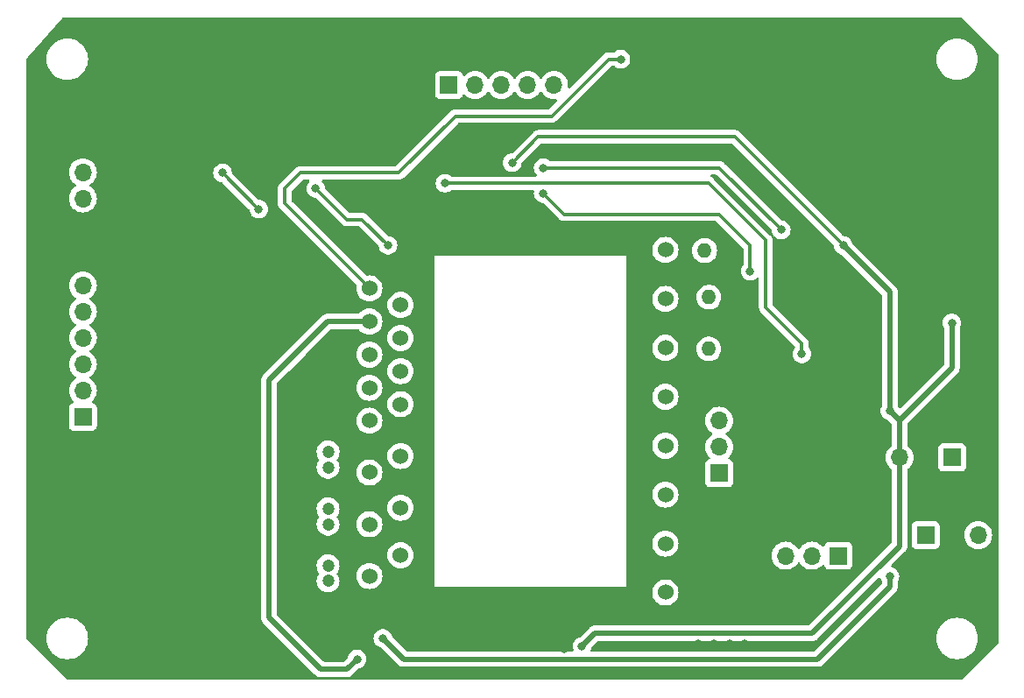
<source format=gbr>
%TF.GenerationSoftware,KiCad,Pcbnew,7.0.9*%
%TF.CreationDate,2024-01-23T23:33:06-05:00*%
%TF.ProjectId,Drive,44726976-652e-46b6-9963-61645f706362,rev?*%
%TF.SameCoordinates,Original*%
%TF.FileFunction,Copper,L2,Bot*%
%TF.FilePolarity,Positive*%
%FSLAX46Y46*%
G04 Gerber Fmt 4.6, Leading zero omitted, Abs format (unit mm)*
G04 Created by KiCad (PCBNEW 7.0.9) date 2024-01-23 23:33:06*
%MOMM*%
%LPD*%
G01*
G04 APERTURE LIST*
%TA.AperFunction,ComponentPad*%
%ADD10R,1.700000X1.700000*%
%TD*%
%TA.AperFunction,ComponentPad*%
%ADD11O,1.700000X1.700000*%
%TD*%
%TA.AperFunction,ComponentPad*%
%ADD12C,1.200000*%
%TD*%
%TA.AperFunction,ComponentPad*%
%ADD13C,1.400000*%
%TD*%
%TA.AperFunction,ComponentPad*%
%ADD14O,1.400000X1.400000*%
%TD*%
%TA.AperFunction,ComponentPad*%
%ADD15C,1.524000*%
%TD*%
%TA.AperFunction,ViaPad*%
%ADD16C,0.800000*%
%TD*%
%TA.AperFunction,Conductor*%
%ADD17C,0.500000*%
%TD*%
%TA.AperFunction,Conductor*%
%ADD18C,0.300000*%
%TD*%
G04 APERTURE END LIST*
D10*
%TO.P,J_Control1,1,Pin_1*%
%TO.N,U-Hi*%
X91000000Y-89080000D03*
D11*
%TO.P,J_Control1,2,Pin_2*%
%TO.N,V-Hi*%
X91000000Y-86540000D03*
%TO.P,J_Control1,3,Pin_3*%
%TO.N,W-Hi*%
X91000000Y-84000000D03*
%TO.P,J_Control1,4,Pin_4*%
%TO.N,U-Lo*%
X91000000Y-81460000D03*
%TO.P,J_Control1,5,Pin_5*%
%TO.N,V-Lo*%
X91000000Y-78920000D03*
%TO.P,J_Control1,6,Pin_6*%
%TO.N,W-Lo*%
X91000000Y-76380000D03*
%TD*%
D12*
%TO.P,C10,1*%
%TO.N,Net-(U1-IGCM04F60GAXKMA1-VS(V))*%
X114700000Y-99455000D03*
%TO.P,C10,2*%
%TO.N,Net-(U1-IGCM04F60GAXKMA1-VB(V))*%
X114700000Y-97955000D03*
%TD*%
D10*
%TO.P,U15-5,1,IN*%
%TO.N,+15V*%
X175025000Y-93000000D03*
D11*
%TO.P,U15-5,2,GND*%
%TO.N,-30*%
X172485000Y-93000000D03*
%TO.P,U15-5,3,OUT*%
%TO.N,+5V*%
X169945000Y-93000000D03*
%TD*%
D13*
%TO.P,R26,1*%
%TO.N,-30*%
X153405000Y-77500000D03*
D14*
%TO.P,R26,2*%
%TO.N,/NV*%
X151505000Y-77500000D03*
%TD*%
D13*
%TO.P,R27,1*%
%TO.N,-30*%
X153000000Y-73000000D03*
D14*
%TO.P,R27,2*%
%TO.N,/NW*%
X151100000Y-73000000D03*
%TD*%
D10*
%TO.P,J_POWER1,1,Pin_1*%
%TO.N,+30-2*%
X164000000Y-102500000D03*
D11*
%TO.P,J_POWER1,2,Pin_2*%
%TO.N,+30*%
X161460000Y-102500000D03*
%TO.P,J_POWER1,3,Pin_3*%
X158920000Y-102500000D03*
%TO.P,J_POWER1,4,Pin_4*%
%TO.N,-30*%
X156380000Y-102500000D03*
%TD*%
D10*
%TO.P,J3.3,1,Pin_1*%
%TO.N,-30*%
X91000000Y-70500000D03*
D11*
%TO.P,J3.3,2,Pin_2*%
%TO.N,+3.3V*%
X91000000Y-67960000D03*
%TO.P,J3.3,3,Pin_3*%
%TO.N,ShutDown*%
X91000000Y-65420000D03*
%TD*%
D10*
%TO.P,J_Current1,1,Pin_1*%
%TO.N,Fault*%
X126380000Y-57000000D03*
D11*
%TO.P,J_Current1,2,Pin_2*%
%TO.N,Temperature Monitor*%
X128920000Y-57000000D03*
%TO.P,J_Current1,3,Pin_3*%
%TO.N,CurrentSense U*%
X131460000Y-57000000D03*
%TO.P,J_Current1,4,Pin_4*%
%TO.N,CurrentSense V*%
X134000000Y-57000000D03*
%TO.P,J_Current1,5,Pin_5*%
%TO.N,CurrentSense W*%
X136540000Y-57000000D03*
%TD*%
D10*
%TO.P,M1,1,U*%
%TO.N,Net-(M1-U)*%
X152500000Y-94525000D03*
D11*
%TO.P,M1,2,V*%
%TO.N,Net-(M1-V)*%
X152500000Y-91985000D03*
%TO.P,M1,3,W*%
%TO.N,Net-(M1-W)*%
X152500000Y-89445000D03*
%TD*%
D12*
%TO.P,C9,1*%
%TO.N,Net-(U1-IGCM04F60GAXKMA1-VS(U))*%
X114700000Y-104955000D03*
%TO.P,C9,2*%
%TO.N,Net-(U1-IGCM04F60GAXKMA1-VB(U))*%
X114700000Y-103455000D03*
%TD*%
%TO.P,C11,1*%
%TO.N,Net-(U1-IGCM04F60GAXKMA1-VS(W))*%
X114700000Y-93955000D03*
%TO.P,C11,2*%
%TO.N,Net-(U1-IGCM04F60GAXKMA1-VB(W))*%
X114700000Y-92455000D03*
%TD*%
D13*
%TO.P,R25,1*%
%TO.N,-30*%
X153400000Y-82500000D03*
D14*
%TO.P,R25,2*%
%TO.N,/NU*%
X151500000Y-82500000D03*
%TD*%
D15*
%TO.P,U1-IGCM04F60GAXKMA1,1,VS(U)*%
%TO.N,Net-(U1-IGCM04F60GAXKMA1-VS(U))*%
X118700000Y-104455000D03*
%TO.P,U1-IGCM04F60GAXKMA1,2,VB(U)*%
%TO.N,Net-(U1-IGCM04F60GAXKMA1-VB(U))*%
X121700000Y-102455000D03*
%TO.P,U1-IGCM04F60GAXKMA1,3,VS(V)*%
%TO.N,Net-(U1-IGCM04F60GAXKMA1-VS(V))*%
X118700000Y-99455000D03*
%TO.P,U1-IGCM04F60GAXKMA1,4,VB(V)*%
%TO.N,Net-(U1-IGCM04F60GAXKMA1-VB(V))*%
X121700000Y-97855000D03*
%TO.P,U1-IGCM04F60GAXKMA1,5,VS(W)*%
%TO.N,Net-(U1-IGCM04F60GAXKMA1-VS(W))*%
X118700000Y-94455000D03*
%TO.P,U1-IGCM04F60GAXKMA1,6,VB(W)*%
%TO.N,Net-(U1-IGCM04F60GAXKMA1-VB(W))*%
X121700000Y-92855000D03*
%TO.P,U1-IGCM04F60GAXKMA1,7,HIN(U)*%
%TO.N,/U_Hi*%
X118700000Y-89455000D03*
%TO.P,U1-IGCM04F60GAXKMA1,8,HIN(V)*%
%TO.N,/V_Hi*%
X121700000Y-87855000D03*
%TO.P,U1-IGCM04F60GAXKMA1,9,HIN(W)*%
%TO.N,/W_Hi*%
X118700000Y-86255000D03*
%TO.P,U1-IGCM04F60GAXKMA1,10,LIN(U)*%
%TO.N,/U_Lo*%
X121700000Y-84655000D03*
%TO.P,U1-IGCM04F60GAXKMA1,11,LIN(V)*%
%TO.N,/V_Lo*%
X118700000Y-83055000D03*
%TO.P,U1-IGCM04F60GAXKMA1,12,LIN(W)*%
%TO.N,/W_Lo*%
X121700000Y-81455000D03*
%TO.P,U1-IGCM04F60GAXKMA1,13,VDD*%
%TO.N,+15V*%
X118700000Y-79855000D03*
%TO.P,U1-IGCM04F60GAXKMA1,14,VFO*%
%TO.N,/VFO*%
X121700000Y-78255000D03*
%TO.P,U1-IGCM04F60GAXKMA1,15,ITRIP*%
%TO.N,/ITRIP*%
X118700000Y-76655000D03*
%TO.P,U1-IGCM04F60GAXKMA1,16,VSS*%
%TO.N,-30*%
X121700000Y-74655000D03*
%TO.P,U1-IGCM04F60GAXKMA1,17,NW*%
%TO.N,/NW*%
X147300000Y-72945000D03*
%TO.P,U1-IGCM04F60GAXKMA1,18,NV*%
%TO.N,/NV*%
X147300000Y-77675000D03*
%TO.P,U1-IGCM04F60GAXKMA1,19,NU*%
%TO.N,/NU*%
X147300000Y-82405000D03*
%TO.P,U1-IGCM04F60GAXKMA1,20,W*%
%TO.N,Net-(M1-W)*%
X147300000Y-87135000D03*
%TO.P,U1-IGCM04F60GAXKMA1,21,V*%
%TO.N,Net-(M1-V)*%
X147300000Y-91865000D03*
%TO.P,U1-IGCM04F60GAXKMA1,22,U*%
%TO.N,Net-(M1-U)*%
X147300000Y-96595000D03*
%TO.P,U1-IGCM04F60GAXKMA1,23,P*%
%TO.N,+30-2*%
X147300000Y-101325000D03*
%TO.P,U1-IGCM04F60GAXKMA1,24,NC*%
%TO.N,unconnected-(U1-IGCM04F60GAXKMA1-NC-Pad24)*%
X147300000Y-106055000D03*
%TD*%
D10*
%TO.P,U30-15,1,IN*%
%TO.N,+30*%
X172460000Y-100500000D03*
D11*
%TO.P,U30-15,2,GND*%
%TO.N,-30*%
X175000000Y-100500000D03*
%TO.P,U30-15,3,OUT*%
%TO.N,+15V*%
X177540000Y-100500000D03*
%TD*%
D16*
%TO.N,-30*%
X162500000Y-97000000D03*
X123000000Y-59000000D03*
X153500000Y-111000000D03*
X148000000Y-63500000D03*
X154500000Y-108000000D03*
X106000000Y-81500000D03*
X120000000Y-67000000D03*
X107000000Y-73000000D03*
X151500000Y-108000000D03*
X149500000Y-70500000D03*
X171000000Y-85000000D03*
X151500000Y-106500000D03*
X105500000Y-88500000D03*
X153000000Y-108000000D03*
X106000000Y-92000000D03*
X150000000Y-106500000D03*
X155000000Y-111000000D03*
X137500000Y-111500000D03*
X152000000Y-111000000D03*
X129000000Y-111000000D03*
X150500000Y-59000000D03*
X115500000Y-57500000D03*
X162500000Y-74000000D03*
X154000000Y-103500000D03*
X156000000Y-108000000D03*
X165000000Y-80500000D03*
X166500000Y-65000000D03*
X174500000Y-71000000D03*
X150500000Y-111000000D03*
X168500000Y-67000000D03*
X153000000Y-105000000D03*
X105500000Y-85000000D03*
X150000000Y-108000000D03*
X160500000Y-56500000D03*
X153000000Y-106500000D03*
X106000000Y-77500000D03*
%TO.N,+15V*%
X117500000Y-112500000D03*
%TO.N,/WCOP+*%
X135500000Y-65000000D03*
X158500000Y-71000000D03*
%TO.N,/ITRIP*%
X143000000Y-54500000D03*
%TO.N,/VCOP+*%
X135500000Y-67500000D03*
X155500000Y-75000000D03*
%TO.N,/UCOP+*%
X160500000Y-83000000D03*
X126000000Y-66500000D03*
%TO.N,+30-2*%
X169000000Y-104500000D03*
X120000000Y-110500000D03*
%TO.N,+3.3V*%
X113500000Y-67000000D03*
X120500000Y-72500000D03*
%TO.N,+5V*%
X139250000Y-111250000D03*
X164500000Y-72500000D03*
X132500000Y-64500000D03*
X175000000Y-80000000D03*
X169000000Y-88500000D03*
%TO.N,ShutDown*%
X108000000Y-69000000D03*
X104500000Y-65500000D03*
%TD*%
D17*
%TO.N,+15V*%
X117500000Y-112500000D02*
X116500000Y-113500000D01*
X109000000Y-108500000D02*
X109000000Y-85500000D01*
X114000000Y-113500000D02*
X109000000Y-108500000D01*
X116500000Y-113500000D02*
X114000000Y-113500000D01*
X109000000Y-85500000D02*
X114645000Y-79855000D01*
X114645000Y-79855000D02*
X118700000Y-79855000D01*
D18*
%TO.N,/WCOP+*%
X152500000Y-65000000D02*
X135500000Y-65000000D01*
X158500000Y-71000000D02*
X152500000Y-65000000D01*
%TO.N,/ITRIP*%
X110500000Y-68455000D02*
X118700000Y-76655000D01*
X141792894Y-54500000D02*
X136292894Y-60000000D01*
X121500000Y-65500000D02*
X112000000Y-65500000D01*
X110500000Y-67000000D02*
X110500000Y-68455000D01*
X143000000Y-54500000D02*
X141792894Y-54500000D01*
X112000000Y-65500000D02*
X110500000Y-67000000D01*
X136292894Y-60000000D02*
X127000000Y-60000000D01*
X127000000Y-60000000D02*
X121500000Y-65500000D01*
%TO.N,/VCOP+*%
X155500000Y-75000000D02*
X155500000Y-72500000D01*
X155500000Y-72500000D02*
X152500000Y-69500000D01*
X137500000Y-69500000D02*
X135500000Y-67500000D01*
X152500000Y-69500000D02*
X137500000Y-69500000D01*
%TO.N,/UCOP+*%
X151500000Y-66500000D02*
X126000000Y-66500000D01*
X157000000Y-78500000D02*
X157000000Y-72000000D01*
X160500000Y-82000000D02*
X157000000Y-78500000D01*
X160500000Y-83000000D02*
X160500000Y-82000000D01*
X157000000Y-72000000D02*
X151500000Y-66500000D01*
D17*
%TO.N,+30-2*%
X162000000Y-112500000D02*
X122000000Y-112500000D01*
X169000000Y-104500000D02*
X169000000Y-105500000D01*
X169000000Y-105500000D02*
X162000000Y-112500000D01*
X122000000Y-112500000D02*
X120000000Y-110500000D01*
D18*
%TO.N,+3.3V*%
X116500000Y-70000000D02*
X113500000Y-67000000D01*
X118000000Y-70000000D02*
X117000000Y-70000000D01*
X120500000Y-72500000D02*
X118000000Y-70000000D01*
X117000000Y-70000000D02*
X116500000Y-70000000D01*
D17*
%TO.N,+5V*%
X161500000Y-110000000D02*
X169920000Y-101580000D01*
D18*
X135000000Y-62000000D02*
X154000000Y-62000000D01*
D17*
X169000000Y-88500000D02*
X169000000Y-77000000D01*
D18*
X132500000Y-64500000D02*
X135000000Y-62000000D01*
D17*
X169000000Y-77000000D02*
X164500000Y-72500000D01*
X169920000Y-101580000D02*
X169920000Y-89420000D01*
X139250000Y-111250000D02*
X140500000Y-110000000D01*
X169920000Y-89420000D02*
X175000000Y-84340000D01*
X175000000Y-84340000D02*
X175000000Y-80000000D01*
X140500000Y-110000000D02*
X161500000Y-110000000D01*
D18*
X154000000Y-62000000D02*
X164500000Y-72500000D01*
D17*
X169920000Y-89420000D02*
X169000000Y-88500000D01*
D18*
%TO.N,ShutDown*%
X104500000Y-65500000D02*
X108000000Y-69000000D01*
%TD*%
%TA.AperFunction,Conductor*%
%TO.N,-30*%
G36*
X168043103Y-104620776D02*
G01*
X168099036Y-104662648D01*
X168117700Y-104698640D01*
X168172818Y-104868277D01*
X168172821Y-104868284D01*
X168224311Y-104957468D01*
X168232887Y-104972321D01*
X168249500Y-105034321D01*
X168249500Y-105137770D01*
X168229815Y-105204809D01*
X168213181Y-105225451D01*
X161725451Y-111713181D01*
X161664128Y-111746666D01*
X161637770Y-111749500D01*
X140205216Y-111749500D01*
X140138177Y-111729815D01*
X140092422Y-111677011D01*
X140082478Y-111607853D01*
X140087285Y-111587183D01*
X140104875Y-111533044D01*
X140132522Y-111447956D01*
X140162768Y-111398598D01*
X140774549Y-110786819D01*
X140835872Y-110753334D01*
X140862230Y-110750500D01*
X161436295Y-110750500D01*
X161454265Y-110751809D01*
X161478023Y-110755289D01*
X161530068Y-110750735D01*
X161535470Y-110750500D01*
X161543704Y-110750500D01*
X161543709Y-110750500D01*
X161555327Y-110749141D01*
X161576276Y-110746693D01*
X161589028Y-110745577D01*
X161652797Y-110739999D01*
X161652805Y-110739996D01*
X161659866Y-110738539D01*
X161659878Y-110738598D01*
X161667243Y-110736965D01*
X161667229Y-110736906D01*
X161674246Y-110735241D01*
X161674255Y-110735241D01*
X161746423Y-110708974D01*
X161819334Y-110684814D01*
X161819343Y-110684807D01*
X161825882Y-110681760D01*
X161825908Y-110681816D01*
X161832690Y-110678532D01*
X161832663Y-110678478D01*
X161839106Y-110675240D01*
X161839117Y-110675237D01*
X161903283Y-110633034D01*
X161968656Y-110592712D01*
X161968662Y-110592705D01*
X161974325Y-110588229D01*
X161974362Y-110588277D01*
X161980204Y-110583518D01*
X161980164Y-110583471D01*
X161985691Y-110578832D01*
X161985696Y-110578830D01*
X162025803Y-110536319D01*
X162038386Y-110522981D01*
X163374773Y-109186594D01*
X167912090Y-104649275D01*
X167973411Y-104615792D01*
X168043103Y-104620776D01*
G37*
%TD.AperFunction*%
%TA.AperFunction,Conductor*%
G36*
X176015677Y-50519685D02*
G01*
X176036319Y-50536319D01*
X179463681Y-53963681D01*
X179497166Y-54025004D01*
X179500000Y-54051362D01*
X179500000Y-110948638D01*
X179480315Y-111015677D01*
X179463681Y-111036319D01*
X176036319Y-114463681D01*
X175974996Y-114497166D01*
X175948638Y-114500000D01*
X116521032Y-114500000D01*
X116484701Y-114489332D01*
X116463859Y-114498784D01*
X116446536Y-114500000D01*
X113961180Y-114500000D01*
X113947683Y-114496036D01*
X113944766Y-114497570D01*
X113920336Y-114500000D01*
X89551362Y-114500000D01*
X89484323Y-114480315D01*
X89463681Y-114463681D01*
X85536319Y-110536319D01*
X85516488Y-110500001D01*
X87494390Y-110500001D01*
X87514804Y-110785433D01*
X87575628Y-111065037D01*
X87575630Y-111065043D01*
X87575631Y-111065046D01*
X87657352Y-111284148D01*
X87675635Y-111333166D01*
X87812770Y-111584309D01*
X87812775Y-111584317D01*
X87984254Y-111813387D01*
X87984270Y-111813405D01*
X88186594Y-112015729D01*
X88186612Y-112015745D01*
X88415682Y-112187224D01*
X88415690Y-112187229D01*
X88666833Y-112324364D01*
X88666832Y-112324364D01*
X88666836Y-112324365D01*
X88666839Y-112324367D01*
X88934954Y-112424369D01*
X88934960Y-112424370D01*
X88934962Y-112424371D01*
X89214566Y-112485195D01*
X89214568Y-112485195D01*
X89214572Y-112485196D01*
X89428552Y-112500500D01*
X89571448Y-112500500D01*
X89785428Y-112485196D01*
X90065046Y-112424369D01*
X90333161Y-112324367D01*
X90584315Y-112187226D01*
X90813395Y-112015739D01*
X91015739Y-111813395D01*
X91187226Y-111584315D01*
X91324367Y-111333161D01*
X91424369Y-111065046D01*
X91467173Y-110868277D01*
X91485195Y-110785433D01*
X91485195Y-110785432D01*
X91485196Y-110785428D01*
X91505610Y-110500000D01*
X91503167Y-110465849D01*
X91496662Y-110374887D01*
X91485196Y-110214572D01*
X91424369Y-109934954D01*
X91324367Y-109666839D01*
X91187686Y-109416528D01*
X91187229Y-109415690D01*
X91187224Y-109415682D01*
X91015745Y-109186612D01*
X91015729Y-109186594D01*
X90813405Y-108984270D01*
X90813387Y-108984254D01*
X90584317Y-108812775D01*
X90584309Y-108812770D01*
X90333166Y-108675635D01*
X90333167Y-108675635D01*
X90225915Y-108635632D01*
X90065046Y-108575631D01*
X90065043Y-108575630D01*
X90065037Y-108575628D01*
X89785433Y-108514804D01*
X89571448Y-108499500D01*
X89428552Y-108499500D01*
X89214566Y-108514804D01*
X88934962Y-108575628D01*
X88666833Y-108675635D01*
X88415690Y-108812770D01*
X88415682Y-108812775D01*
X88186612Y-108984254D01*
X88186594Y-108984270D01*
X87984270Y-109186594D01*
X87984254Y-109186612D01*
X87812775Y-109415682D01*
X87812770Y-109415690D01*
X87675635Y-109666833D01*
X87575628Y-109934962D01*
X87514804Y-110214566D01*
X87494390Y-110499998D01*
X87494390Y-110500001D01*
X85516488Y-110500001D01*
X85502834Y-110474996D01*
X85500000Y-110448638D01*
X85500000Y-108478025D01*
X108244710Y-108478025D01*
X108249264Y-108530064D01*
X108249500Y-108535470D01*
X108249500Y-108543709D01*
X108253306Y-108576274D01*
X108260000Y-108652791D01*
X108261461Y-108659867D01*
X108261403Y-108659878D01*
X108263034Y-108667237D01*
X108263092Y-108667224D01*
X108264757Y-108674250D01*
X108291025Y-108746424D01*
X108315185Y-108819331D01*
X108318236Y-108825874D01*
X108318182Y-108825898D01*
X108321470Y-108832688D01*
X108321521Y-108832663D01*
X108324761Y-108839113D01*
X108324762Y-108839114D01*
X108324763Y-108839117D01*
X108366965Y-108903283D01*
X108407287Y-108968655D01*
X108411766Y-108974319D01*
X108411719Y-108974356D01*
X108416482Y-108980202D01*
X108416528Y-108980164D01*
X108421173Y-108985700D01*
X108477017Y-109038385D01*
X113424270Y-113985638D01*
X113436051Y-113999270D01*
X113450388Y-114018528D01*
X113490409Y-114052111D01*
X113494397Y-114055766D01*
X113500216Y-114061585D01*
X113500220Y-114061588D01*
X113500223Y-114061591D01*
X113525959Y-114081940D01*
X113584786Y-114131302D01*
X113584787Y-114131302D01*
X113584789Y-114131304D01*
X113590818Y-114135270D01*
X113590785Y-114135319D01*
X113597147Y-114139372D01*
X113597179Y-114139321D01*
X113603319Y-114143108D01*
X113603323Y-114143111D01*
X113638132Y-114159343D01*
X113672941Y-114175575D01*
X113739444Y-114208974D01*
X113741567Y-114210040D01*
X113741569Y-114210040D01*
X113748357Y-114212511D01*
X113748336Y-114212567D01*
X113755457Y-114215043D01*
X113755476Y-114214986D01*
X113762322Y-114217254D01*
X113762327Y-114217257D01*
X113762332Y-114217258D01*
X113762335Y-114217259D01*
X113837565Y-114232792D01*
X113912279Y-114250500D01*
X113912282Y-114250500D01*
X113912286Y-114250501D01*
X113919453Y-114251339D01*
X113919446Y-114251398D01*
X113926945Y-114252164D01*
X113926951Y-114252105D01*
X113931145Y-114252472D01*
X113931565Y-114252636D01*
X113935731Y-114253062D01*
X113941218Y-114254195D01*
X113941121Y-114254662D01*
X113957571Y-114252052D01*
X114010917Y-114250500D01*
X116436295Y-114250500D01*
X116454264Y-114251808D01*
X116464507Y-114253309D01*
X116480460Y-114260645D01*
X116486097Y-114257023D01*
X116510224Y-114252472D01*
X116517801Y-114251809D01*
X116530068Y-114250735D01*
X116535470Y-114250500D01*
X116543704Y-114250500D01*
X116543709Y-114250500D01*
X116555327Y-114249141D01*
X116576276Y-114246693D01*
X116589028Y-114245577D01*
X116652797Y-114239999D01*
X116652805Y-114239996D01*
X116659866Y-114238539D01*
X116659878Y-114238598D01*
X116667243Y-114236965D01*
X116667229Y-114236906D01*
X116674246Y-114235241D01*
X116674255Y-114235241D01*
X116746423Y-114208974D01*
X116819334Y-114184814D01*
X116819343Y-114184807D01*
X116825882Y-114181760D01*
X116825908Y-114181816D01*
X116832690Y-114178532D01*
X116832663Y-114178478D01*
X116839106Y-114175240D01*
X116839117Y-114175237D01*
X116903283Y-114133034D01*
X116968656Y-114092712D01*
X116968662Y-114092705D01*
X116974325Y-114088229D01*
X116974363Y-114088277D01*
X116980195Y-114083526D01*
X116980156Y-114083479D01*
X116985694Y-114078831D01*
X116985693Y-114078831D01*
X116985696Y-114078830D01*
X117038386Y-114022980D01*
X117652770Y-113408595D01*
X117714091Y-113375112D01*
X117714427Y-113375039D01*
X117779803Y-113361144D01*
X117952730Y-113284151D01*
X118105871Y-113172888D01*
X118232533Y-113032216D01*
X118327179Y-112868284D01*
X118385674Y-112688256D01*
X118405460Y-112500000D01*
X118385674Y-112311744D01*
X118327179Y-112131716D01*
X118232533Y-111967784D01*
X118105871Y-111827112D01*
X118087005Y-111813405D01*
X117952734Y-111715851D01*
X117952729Y-111715848D01*
X117779807Y-111638857D01*
X117779802Y-111638855D01*
X117633944Y-111607853D01*
X117594646Y-111599500D01*
X117405354Y-111599500D01*
X117372897Y-111606398D01*
X117220197Y-111638855D01*
X117220192Y-111638857D01*
X117047270Y-111715848D01*
X117047265Y-111715851D01*
X116894129Y-111827111D01*
X116767466Y-111967785D01*
X116672821Y-112131715D01*
X116672819Y-112131719D01*
X116617478Y-112302041D01*
X116587228Y-112351403D01*
X116225451Y-112713181D01*
X116164128Y-112746666D01*
X116137770Y-112749500D01*
X114362229Y-112749500D01*
X114295190Y-112729815D01*
X114274548Y-112713181D01*
X112061367Y-110500000D01*
X119094540Y-110500000D01*
X119114326Y-110688256D01*
X119114327Y-110688259D01*
X119172818Y-110868277D01*
X119172821Y-110868284D01*
X119267467Y-111032216D01*
X119394129Y-111172888D01*
X119547265Y-111284148D01*
X119547270Y-111284151D01*
X119720191Y-111361142D01*
X119720193Y-111361142D01*
X119720197Y-111361144D01*
X119785329Y-111374987D01*
X119846809Y-111408178D01*
X119847228Y-111408596D01*
X121424267Y-112985634D01*
X121436048Y-112999266D01*
X121450390Y-113018530D01*
X121490420Y-113052119D01*
X121494392Y-113055759D01*
X121500223Y-113061590D01*
X121500222Y-113061590D01*
X121522027Y-113078830D01*
X121525944Y-113081927D01*
X121584786Y-113131302D01*
X121584794Y-113131306D01*
X121590824Y-113135273D01*
X121590790Y-113135323D01*
X121597147Y-113139372D01*
X121597179Y-113139321D01*
X121603319Y-113143108D01*
X121603323Y-113143111D01*
X121638132Y-113159343D01*
X121672941Y-113175575D01*
X121691336Y-113184813D01*
X121741567Y-113210040D01*
X121741569Y-113210040D01*
X121748357Y-113212511D01*
X121748336Y-113212567D01*
X121755455Y-113215042D01*
X121755474Y-113214986D01*
X121762323Y-113217256D01*
X121762326Y-113217256D01*
X121762327Y-113217257D01*
X121837550Y-113232788D01*
X121912279Y-113250500D01*
X121919452Y-113251339D01*
X121919445Y-113251397D01*
X121926946Y-113252163D01*
X121926952Y-113252104D01*
X121934140Y-113252733D01*
X121934143Y-113252732D01*
X121934144Y-113252733D01*
X122010898Y-113250500D01*
X161936295Y-113250500D01*
X161954265Y-113251809D01*
X161978023Y-113255289D01*
X162030068Y-113250735D01*
X162035470Y-113250500D01*
X162043704Y-113250500D01*
X162043709Y-113250500D01*
X162055327Y-113249141D01*
X162076276Y-113246693D01*
X162089028Y-113245577D01*
X162152797Y-113239999D01*
X162152805Y-113239996D01*
X162159866Y-113238539D01*
X162159878Y-113238598D01*
X162167243Y-113236965D01*
X162167229Y-113236906D01*
X162174246Y-113235241D01*
X162174255Y-113235241D01*
X162246423Y-113208974D01*
X162319334Y-113184814D01*
X162319343Y-113184807D01*
X162325882Y-113181760D01*
X162325908Y-113181816D01*
X162332690Y-113178532D01*
X162332663Y-113178478D01*
X162339106Y-113175240D01*
X162339117Y-113175237D01*
X162403283Y-113133034D01*
X162468656Y-113092712D01*
X162468662Y-113092705D01*
X162474325Y-113088229D01*
X162474363Y-113088277D01*
X162480200Y-113083522D01*
X162480161Y-113083475D01*
X162485696Y-113078830D01*
X162538385Y-113022982D01*
X165061366Y-110500001D01*
X173494390Y-110500001D01*
X173514804Y-110785433D01*
X173575628Y-111065037D01*
X173575630Y-111065043D01*
X173575631Y-111065046D01*
X173657352Y-111284148D01*
X173675635Y-111333166D01*
X173812770Y-111584309D01*
X173812775Y-111584317D01*
X173984254Y-111813387D01*
X173984270Y-111813405D01*
X174186594Y-112015729D01*
X174186612Y-112015745D01*
X174415682Y-112187224D01*
X174415690Y-112187229D01*
X174666833Y-112324364D01*
X174666832Y-112324364D01*
X174666836Y-112324365D01*
X174666839Y-112324367D01*
X174934954Y-112424369D01*
X174934960Y-112424370D01*
X174934962Y-112424371D01*
X175214566Y-112485195D01*
X175214568Y-112485195D01*
X175214572Y-112485196D01*
X175428552Y-112500500D01*
X175571448Y-112500500D01*
X175785428Y-112485196D01*
X176065046Y-112424369D01*
X176333161Y-112324367D01*
X176584315Y-112187226D01*
X176813395Y-112015739D01*
X177015739Y-111813395D01*
X177187226Y-111584315D01*
X177324367Y-111333161D01*
X177424369Y-111065046D01*
X177467173Y-110868277D01*
X177485195Y-110785433D01*
X177485195Y-110785432D01*
X177485196Y-110785428D01*
X177505610Y-110500000D01*
X177503167Y-110465849D01*
X177496662Y-110374887D01*
X177485196Y-110214572D01*
X177424369Y-109934954D01*
X177324367Y-109666839D01*
X177187686Y-109416528D01*
X177187229Y-109415690D01*
X177187224Y-109415682D01*
X177015745Y-109186612D01*
X177015729Y-109186594D01*
X176813405Y-108984270D01*
X176813387Y-108984254D01*
X176584317Y-108812775D01*
X176584309Y-108812770D01*
X176333166Y-108675635D01*
X176333167Y-108675635D01*
X176225915Y-108635632D01*
X176065046Y-108575631D01*
X176065043Y-108575630D01*
X176065037Y-108575628D01*
X175785433Y-108514804D01*
X175571448Y-108499500D01*
X175428552Y-108499500D01*
X175214566Y-108514804D01*
X174934962Y-108575628D01*
X174666833Y-108675635D01*
X174415690Y-108812770D01*
X174415682Y-108812775D01*
X174186612Y-108984254D01*
X174186594Y-108984270D01*
X173984270Y-109186594D01*
X173984254Y-109186612D01*
X173812775Y-109415682D01*
X173812770Y-109415690D01*
X173675635Y-109666833D01*
X173575628Y-109934962D01*
X173514804Y-110214566D01*
X173494390Y-110499998D01*
X173494390Y-110500001D01*
X165061366Y-110500001D01*
X165961867Y-109599500D01*
X169485642Y-106075724D01*
X169499271Y-106063947D01*
X169518530Y-106049610D01*
X169552101Y-106009601D01*
X169555761Y-106005606D01*
X169561590Y-105999778D01*
X169581941Y-105974039D01*
X169606858Y-105944344D01*
X169631302Y-105915214D01*
X169631306Y-105915205D01*
X169635274Y-105909175D01*
X169635325Y-105909208D01*
X169639372Y-105902856D01*
X169639320Y-105902824D01*
X169643112Y-105896675D01*
X169675575Y-105827058D01*
X169710036Y-105758440D01*
X169710040Y-105758433D01*
X169710042Y-105758421D01*
X169712509Y-105751646D01*
X169712567Y-105751667D01*
X169715043Y-105744546D01*
X169714986Y-105744528D01*
X169717257Y-105737673D01*
X169732792Y-105662434D01*
X169742482Y-105621550D01*
X169750500Y-105587721D01*
X169750500Y-105587710D01*
X169751338Y-105580548D01*
X169751398Y-105580555D01*
X169752164Y-105573055D01*
X169752105Y-105573050D01*
X169752734Y-105565860D01*
X169750500Y-105489082D01*
X169750500Y-105034321D01*
X169767113Y-104972321D01*
X169827179Y-104868284D01*
X169885674Y-104688256D01*
X169905460Y-104500000D01*
X169885674Y-104311744D01*
X169827179Y-104131716D01*
X169732533Y-103967784D01*
X169605871Y-103827112D01*
X169605870Y-103827111D01*
X169452734Y-103715851D01*
X169452729Y-103715848D01*
X169279807Y-103638857D01*
X169279803Y-103638856D01*
X169208530Y-103623706D01*
X169147049Y-103590513D01*
X169113272Y-103529350D01*
X169117926Y-103459635D01*
X169146629Y-103414737D01*
X170405638Y-102155727D01*
X170419267Y-102143950D01*
X170425082Y-102139621D01*
X170438530Y-102129610D01*
X170438532Y-102129606D01*
X170438534Y-102129606D01*
X170456663Y-102107999D01*
X170472113Y-102089585D01*
X170475767Y-102085599D01*
X170481589Y-102079778D01*
X170501928Y-102054054D01*
X170507162Y-102047815D01*
X170551302Y-101995214D01*
X170551304Y-101995209D01*
X170555272Y-101989179D01*
X170555323Y-101989212D01*
X170559369Y-101982860D01*
X170559317Y-101982828D01*
X170563109Y-101976679D01*
X170563111Y-101976677D01*
X170595569Y-101907069D01*
X170630040Y-101838433D01*
X170630043Y-101838417D01*
X170632510Y-101831644D01*
X170632568Y-101831665D01*
X170635043Y-101824546D01*
X170634985Y-101824527D01*
X170637256Y-101817672D01*
X170642187Y-101793793D01*
X170652784Y-101742467D01*
X170670500Y-101667721D01*
X170670500Y-101667720D01*
X170671339Y-101660548D01*
X170671397Y-101660554D01*
X170672164Y-101653056D01*
X170672104Y-101653051D01*
X170672733Y-101645860D01*
X170672573Y-101640377D01*
X170670500Y-101569102D01*
X170670500Y-101397870D01*
X171109500Y-101397870D01*
X171109501Y-101397876D01*
X171115908Y-101457483D01*
X171166202Y-101592328D01*
X171166206Y-101592335D01*
X171252452Y-101707544D01*
X171252455Y-101707547D01*
X171367664Y-101793793D01*
X171367671Y-101793797D01*
X171502517Y-101844091D01*
X171502516Y-101844091D01*
X171509444Y-101844835D01*
X171562127Y-101850500D01*
X173357872Y-101850499D01*
X173417483Y-101844091D01*
X173552331Y-101793796D01*
X173667546Y-101707546D01*
X173753796Y-101592331D01*
X173804091Y-101457483D01*
X173810500Y-101397873D01*
X173810499Y-100500000D01*
X176184341Y-100500000D01*
X176204936Y-100735403D01*
X176204938Y-100735413D01*
X176266094Y-100963655D01*
X176266096Y-100963659D01*
X176266097Y-100963663D01*
X176352755Y-101149501D01*
X176365965Y-101177830D01*
X176365967Y-101177834D01*
X176446226Y-101292455D01*
X176501505Y-101371401D01*
X176668599Y-101538495D01*
X176749319Y-101595016D01*
X176862165Y-101674032D01*
X176862167Y-101674033D01*
X176862170Y-101674035D01*
X177076337Y-101773903D01*
X177304592Y-101835063D01*
X177481034Y-101850500D01*
X177539999Y-101855659D01*
X177540000Y-101855659D01*
X177540001Y-101855659D01*
X177598966Y-101850500D01*
X177775408Y-101835063D01*
X178003663Y-101773903D01*
X178217830Y-101674035D01*
X178411401Y-101538495D01*
X178578495Y-101371401D01*
X178714035Y-101177830D01*
X178813903Y-100963663D01*
X178875063Y-100735408D01*
X178895659Y-100500000D01*
X178875063Y-100264592D01*
X178813903Y-100036337D01*
X178714035Y-99822171D01*
X178611035Y-99675070D01*
X178578494Y-99628597D01*
X178411402Y-99461506D01*
X178411395Y-99461501D01*
X178402106Y-99454997D01*
X178334518Y-99407671D01*
X178217834Y-99325967D01*
X178217830Y-99325965D01*
X178217828Y-99325964D01*
X178003663Y-99226097D01*
X178003659Y-99226096D01*
X178003655Y-99226094D01*
X177775413Y-99164938D01*
X177775403Y-99164936D01*
X177540001Y-99144341D01*
X177539999Y-99144341D01*
X177304596Y-99164936D01*
X177304586Y-99164938D01*
X177076344Y-99226094D01*
X177076335Y-99226098D01*
X176862171Y-99325964D01*
X176862169Y-99325965D01*
X176668597Y-99461505D01*
X176501505Y-99628597D01*
X176365965Y-99822169D01*
X176365964Y-99822171D01*
X176266098Y-100036335D01*
X176266094Y-100036344D01*
X176204938Y-100264586D01*
X176204936Y-100264596D01*
X176184341Y-100499999D01*
X176184341Y-100500000D01*
X173810499Y-100500000D01*
X173810499Y-99602128D01*
X173804091Y-99542517D01*
X173771449Y-99455000D01*
X173753797Y-99407671D01*
X173753793Y-99407664D01*
X173667547Y-99292455D01*
X173667544Y-99292452D01*
X173552335Y-99206206D01*
X173552328Y-99206202D01*
X173417482Y-99155908D01*
X173417483Y-99155908D01*
X173357883Y-99149501D01*
X173357881Y-99149500D01*
X173357873Y-99149500D01*
X173357864Y-99149500D01*
X171562129Y-99149500D01*
X171562123Y-99149501D01*
X171502516Y-99155908D01*
X171367671Y-99206202D01*
X171367664Y-99206206D01*
X171252455Y-99292452D01*
X171252452Y-99292455D01*
X171166206Y-99407664D01*
X171166202Y-99407671D01*
X171115908Y-99542517D01*
X171109501Y-99602116D01*
X171109501Y-99602123D01*
X171109500Y-99602135D01*
X171109500Y-101397870D01*
X170670500Y-101397870D01*
X170670500Y-94205206D01*
X170690185Y-94138167D01*
X170723377Y-94103631D01*
X170724180Y-94103069D01*
X170816401Y-94038495D01*
X170957026Y-93897870D01*
X173674500Y-93897870D01*
X173674501Y-93897876D01*
X173680908Y-93957483D01*
X173731202Y-94092328D01*
X173731206Y-94092335D01*
X173817452Y-94207544D01*
X173817455Y-94207547D01*
X173932664Y-94293793D01*
X173932671Y-94293797D01*
X174067517Y-94344091D01*
X174067516Y-94344091D01*
X174074444Y-94344835D01*
X174127127Y-94350500D01*
X175922872Y-94350499D01*
X175982483Y-94344091D01*
X176117331Y-94293796D01*
X176232546Y-94207546D01*
X176318796Y-94092331D01*
X176369091Y-93957483D01*
X176375500Y-93897873D01*
X176375499Y-92102128D01*
X176369091Y-92042517D01*
X176368294Y-92040381D01*
X176318797Y-91907671D01*
X176318793Y-91907664D01*
X176232547Y-91792455D01*
X176232544Y-91792452D01*
X176117335Y-91706206D01*
X176117328Y-91706202D01*
X175982482Y-91655908D01*
X175982483Y-91655908D01*
X175922883Y-91649501D01*
X175922881Y-91649500D01*
X175922873Y-91649500D01*
X175922864Y-91649500D01*
X174127129Y-91649500D01*
X174127123Y-91649501D01*
X174067516Y-91655908D01*
X173932671Y-91706202D01*
X173932664Y-91706206D01*
X173817455Y-91792452D01*
X173817452Y-91792455D01*
X173731206Y-91907664D01*
X173731202Y-91907671D01*
X173680908Y-92042517D01*
X173674501Y-92102116D01*
X173674501Y-92102123D01*
X173674500Y-92102135D01*
X173674500Y-93897870D01*
X170957026Y-93897870D01*
X170983495Y-93871401D01*
X171119035Y-93677830D01*
X171218903Y-93463663D01*
X171280063Y-93235408D01*
X171300659Y-93000000D01*
X171280063Y-92764592D01*
X171218903Y-92536337D01*
X171119035Y-92322171D01*
X171102427Y-92298451D01*
X170983494Y-92128597D01*
X170816404Y-91961508D01*
X170816401Y-91961505D01*
X170806479Y-91954557D01*
X170723375Y-91896366D01*
X170679751Y-91841789D01*
X170670500Y-91794792D01*
X170670500Y-89782229D01*
X170690185Y-89715190D01*
X170706814Y-89694553D01*
X175485642Y-84915724D01*
X175499271Y-84903947D01*
X175518530Y-84889610D01*
X175552101Y-84849601D01*
X175555761Y-84845606D01*
X175561590Y-84839778D01*
X175581941Y-84814039D01*
X175587948Y-84806879D01*
X175631302Y-84755214D01*
X175631306Y-84755205D01*
X175635274Y-84749175D01*
X175635325Y-84749208D01*
X175639372Y-84742856D01*
X175639320Y-84742824D01*
X175643112Y-84736675D01*
X175675575Y-84667058D01*
X175710036Y-84598440D01*
X175710040Y-84598433D01*
X175710042Y-84598421D01*
X175712509Y-84591646D01*
X175712567Y-84591667D01*
X175715043Y-84584546D01*
X175714986Y-84584528D01*
X175717257Y-84577673D01*
X175732792Y-84502434D01*
X175741983Y-84463655D01*
X175750500Y-84427721D01*
X175750500Y-84427710D01*
X175751338Y-84420548D01*
X175751398Y-84420555D01*
X175752164Y-84413055D01*
X175752105Y-84413050D01*
X175752734Y-84405860D01*
X175750500Y-84329082D01*
X175750500Y-80534321D01*
X175767113Y-80472321D01*
X175796451Y-80421506D01*
X175827179Y-80368284D01*
X175885674Y-80188256D01*
X175905460Y-80000000D01*
X175885674Y-79811744D01*
X175827179Y-79631716D01*
X175732533Y-79467784D01*
X175605871Y-79327112D01*
X175605870Y-79327111D01*
X175452734Y-79215851D01*
X175452729Y-79215848D01*
X175279807Y-79138857D01*
X175279802Y-79138855D01*
X175117059Y-79104264D01*
X175094646Y-79099500D01*
X174905354Y-79099500D01*
X174882941Y-79104264D01*
X174720197Y-79138855D01*
X174720192Y-79138857D01*
X174547270Y-79215848D01*
X174547265Y-79215851D01*
X174394129Y-79327111D01*
X174267466Y-79467785D01*
X174172821Y-79631715D01*
X174172818Y-79631722D01*
X174114327Y-79811740D01*
X174114326Y-79811744D01*
X174094540Y-80000000D01*
X174114326Y-80188256D01*
X174114327Y-80188259D01*
X174172818Y-80368277D01*
X174172821Y-80368284D01*
X174232887Y-80472321D01*
X174249500Y-80534321D01*
X174249500Y-83977769D01*
X174229815Y-84044808D01*
X174213181Y-84065450D01*
X170048673Y-88229958D01*
X169987350Y-88263443D01*
X169917658Y-88258459D01*
X169861725Y-88216587D01*
X169843061Y-88180595D01*
X169827178Y-88131714D01*
X169767113Y-88027677D01*
X169750500Y-87965677D01*
X169750500Y-77063705D01*
X169751809Y-77045735D01*
X169752453Y-77041338D01*
X169755289Y-77021977D01*
X169750735Y-76969931D01*
X169750500Y-76964528D01*
X169750500Y-76956297D01*
X169750500Y-76956291D01*
X169746693Y-76923724D01*
X169741152Y-76860380D01*
X169739999Y-76847201D01*
X169738539Y-76840129D01*
X169738597Y-76840116D01*
X169736965Y-76832757D01*
X169736906Y-76832772D01*
X169735241Y-76825751D01*
X169735241Y-76825745D01*
X169708974Y-76753576D01*
X169692602Y-76704170D01*
X169684813Y-76680663D01*
X169681764Y-76674124D01*
X169681817Y-76674099D01*
X169678531Y-76667311D01*
X169678479Y-76667338D01*
X169675236Y-76660882D01*
X169671367Y-76655000D01*
X169633034Y-76596716D01*
X169592712Y-76531344D01*
X169592710Y-76531342D01*
X169588234Y-76525681D01*
X169588280Y-76525643D01*
X169583519Y-76519799D01*
X169583474Y-76519838D01*
X169578834Y-76514308D01*
X169522982Y-76461613D01*
X165412770Y-72351402D01*
X165382521Y-72302041D01*
X165327179Y-72131716D01*
X165232533Y-71967784D01*
X165105871Y-71827112D01*
X165105870Y-71827111D01*
X164952734Y-71715851D01*
X164952729Y-71715848D01*
X164779807Y-71638857D01*
X164779802Y-71638855D01*
X164634001Y-71607865D01*
X164594646Y-71599500D01*
X164594645Y-71599500D01*
X164570808Y-71599500D01*
X164503769Y-71579815D01*
X164483127Y-71563181D01*
X154520434Y-61600488D01*
X154510361Y-61587914D01*
X154510174Y-61588070D01*
X154505201Y-61582059D01*
X154452756Y-61532810D01*
X154431035Y-61511089D01*
X154425240Y-61506594D01*
X154420798Y-61502799D01*
X154385396Y-61469554D01*
X154385388Y-61469548D01*
X154366792Y-61459325D01*
X154350531Y-61448644D01*
X154333763Y-61435637D01*
X154310180Y-61425432D01*
X154289178Y-61416343D01*
X154283956Y-61413786D01*
X154241368Y-61390373D01*
X154241365Y-61390372D01*
X154220801Y-61385092D01*
X154202396Y-61378790D01*
X154182927Y-61370365D01*
X154182921Y-61370363D01*
X154134951Y-61362766D01*
X154129236Y-61361582D01*
X154112772Y-61357355D01*
X154082180Y-61349500D01*
X154082177Y-61349500D01*
X154060955Y-61349500D01*
X154041555Y-61347973D01*
X154020596Y-61344653D01*
X154020595Y-61344653D01*
X153996786Y-61346903D01*
X153972230Y-61349225D01*
X153966392Y-61349500D01*
X135085505Y-61349500D01*
X135069494Y-61347732D01*
X135069472Y-61347974D01*
X135061705Y-61347240D01*
X135061704Y-61347240D01*
X134989797Y-61349500D01*
X134959075Y-61349500D01*
X134959071Y-61349500D01*
X134959061Y-61349501D01*
X134951793Y-61350419D01*
X134945976Y-61350876D01*
X134897436Y-61352402D01*
X134897425Y-61352404D01*
X134877049Y-61358323D01*
X134858008Y-61362266D01*
X134836953Y-61364926D01*
X134836937Y-61364930D01*
X134791771Y-61382812D01*
X134786244Y-61384704D01*
X134739599Y-61398256D01*
X134721327Y-61409062D01*
X134703861Y-61417619D01*
X134684128Y-61425432D01*
X134644830Y-61453983D01*
X134639953Y-61457186D01*
X134626281Y-61465272D01*
X134598132Y-61481920D01*
X134583126Y-61496926D01*
X134568336Y-61509558D01*
X134551167Y-61522032D01*
X134551165Y-61522034D01*
X134520194Y-61559470D01*
X134516262Y-61563791D01*
X132516873Y-63563181D01*
X132455550Y-63596666D01*
X132429192Y-63599500D01*
X132405354Y-63599500D01*
X132372897Y-63606398D01*
X132220197Y-63638855D01*
X132220192Y-63638857D01*
X132047270Y-63715848D01*
X132047265Y-63715851D01*
X131894129Y-63827111D01*
X131767466Y-63967785D01*
X131672821Y-64131715D01*
X131672818Y-64131722D01*
X131635698Y-64245967D01*
X131614326Y-64311744D01*
X131594540Y-64500000D01*
X131614326Y-64688256D01*
X131614327Y-64688259D01*
X131672818Y-64868277D01*
X131672821Y-64868284D01*
X131767467Y-65032216D01*
X131857063Y-65131722D01*
X131894129Y-65172888D01*
X132047265Y-65284148D01*
X132047270Y-65284151D01*
X132220192Y-65361142D01*
X132220197Y-65361144D01*
X132405354Y-65400500D01*
X132405355Y-65400500D01*
X132594644Y-65400500D01*
X132594646Y-65400500D01*
X132779803Y-65361144D01*
X132952730Y-65284151D01*
X133105871Y-65172888D01*
X133232533Y-65032216D01*
X133327179Y-64868284D01*
X133385674Y-64688256D01*
X133399168Y-64559855D01*
X133425752Y-64495242D01*
X133434799Y-64485145D01*
X135233127Y-62686819D01*
X135294450Y-62653334D01*
X135320808Y-62650500D01*
X153679192Y-62650500D01*
X153746231Y-62670185D01*
X153766873Y-62686819D01*
X163565191Y-72485137D01*
X163598676Y-72546460D01*
X163600830Y-72559851D01*
X163614326Y-72688256D01*
X163614327Y-72688259D01*
X163672818Y-72868277D01*
X163672821Y-72868284D01*
X163767467Y-73032216D01*
X163887082Y-73165062D01*
X163894129Y-73172888D01*
X164047265Y-73284148D01*
X164047270Y-73284151D01*
X164220191Y-73361142D01*
X164220193Y-73361142D01*
X164220197Y-73361144D01*
X164285329Y-73374987D01*
X164346809Y-73408178D01*
X164347228Y-73408596D01*
X168213181Y-77274549D01*
X168246666Y-77335872D01*
X168249500Y-77362230D01*
X168249500Y-87965677D01*
X168232887Y-88027677D01*
X168172821Y-88131714D01*
X168121894Y-88288451D01*
X168114326Y-88311744D01*
X168094540Y-88500000D01*
X168114326Y-88688256D01*
X168114327Y-88688259D01*
X168172818Y-88868277D01*
X168172821Y-88868284D01*
X168267467Y-89032216D01*
X168348600Y-89122323D01*
X168394129Y-89172888D01*
X168547265Y-89284148D01*
X168547270Y-89284151D01*
X168720191Y-89361142D01*
X168720194Y-89361142D01*
X168720197Y-89361144D01*
X168754221Y-89368375D01*
X168785329Y-89374988D01*
X168846811Y-89408180D01*
X168847230Y-89408597D01*
X169133181Y-89694548D01*
X169166666Y-89755871D01*
X169169500Y-89782229D01*
X169169500Y-91829803D01*
X169149815Y-91896842D01*
X169116625Y-91931377D01*
X169073601Y-91961503D01*
X169073595Y-91961508D01*
X168906505Y-92128597D01*
X168770965Y-92322169D01*
X168770964Y-92322171D01*
X168671098Y-92536335D01*
X168671094Y-92536344D01*
X168609938Y-92764586D01*
X168609936Y-92764596D01*
X168589341Y-92999999D01*
X168589341Y-93000000D01*
X168609936Y-93235403D01*
X168609938Y-93235413D01*
X168671094Y-93463655D01*
X168671096Y-93463659D01*
X168671097Y-93463663D01*
X168753500Y-93640377D01*
X168770965Y-93677830D01*
X168770967Y-93677834D01*
X168906501Y-93871395D01*
X168906506Y-93871402D01*
X169073595Y-94038492D01*
X169073598Y-94038494D01*
X169073599Y-94038495D01*
X169116623Y-94068620D01*
X169160248Y-94123195D01*
X169169500Y-94170195D01*
X169169500Y-101217770D01*
X169149815Y-101284809D01*
X169133181Y-101305451D01*
X161225451Y-109213181D01*
X161164128Y-109246666D01*
X161137770Y-109249500D01*
X140563705Y-109249500D01*
X140545735Y-109248191D01*
X140521972Y-109244710D01*
X140476533Y-109248686D01*
X140469931Y-109249264D01*
X140464530Y-109249500D01*
X140456289Y-109249500D01*
X140434579Y-109252037D01*
X140423724Y-109253306D01*
X140408419Y-109254645D01*
X140347199Y-109260001D01*
X140340132Y-109261460D01*
X140340120Y-109261404D01*
X140332763Y-109263035D01*
X140332777Y-109263092D01*
X140325743Y-109264759D01*
X140253575Y-109291025D01*
X140180675Y-109315181D01*
X140174126Y-109318236D01*
X140174101Y-109318183D01*
X140167308Y-109321471D01*
X140167334Y-109321523D01*
X140160880Y-109324764D01*
X140096708Y-109366971D01*
X140031347Y-109407285D01*
X140025683Y-109411765D01*
X140025647Y-109411719D01*
X140019798Y-109416484D01*
X140019835Y-109416528D01*
X140014310Y-109421164D01*
X139961598Y-109477034D01*
X139097229Y-110341402D01*
X139035906Y-110374887D01*
X139035330Y-110375011D01*
X138970196Y-110388856D01*
X138970192Y-110388857D01*
X138797270Y-110465848D01*
X138797265Y-110465851D01*
X138644129Y-110577111D01*
X138517466Y-110717785D01*
X138422821Y-110881715D01*
X138422818Y-110881722D01*
X138373921Y-111032214D01*
X138364326Y-111061744D01*
X138344540Y-111250000D01*
X138364326Y-111438256D01*
X138364327Y-111438259D01*
X138412715Y-111587182D01*
X138414710Y-111657023D01*
X138378630Y-111716856D01*
X138315929Y-111747684D01*
X138294784Y-111749500D01*
X122362230Y-111749500D01*
X122295191Y-111729815D01*
X122274549Y-111713181D01*
X120912770Y-110351402D01*
X120882521Y-110302041D01*
X120827179Y-110131716D01*
X120732533Y-109967784D01*
X120605871Y-109827112D01*
X120605870Y-109827111D01*
X120452734Y-109715851D01*
X120452729Y-109715848D01*
X120279807Y-109638857D01*
X120279802Y-109638855D01*
X120134001Y-109607865D01*
X120094646Y-109599500D01*
X119905354Y-109599500D01*
X119872897Y-109606398D01*
X119720197Y-109638855D01*
X119720192Y-109638857D01*
X119547270Y-109715848D01*
X119547265Y-109715851D01*
X119394129Y-109827111D01*
X119267466Y-109967785D01*
X119172821Y-110131715D01*
X119172818Y-110131722D01*
X119148417Y-110206822D01*
X119114326Y-110311744D01*
X119094540Y-110500000D01*
X112061367Y-110500000D01*
X109786819Y-108225451D01*
X109753334Y-108164128D01*
X109750500Y-108137770D01*
X109750500Y-104955000D01*
X113594785Y-104955000D01*
X113613602Y-105158082D01*
X113669417Y-105354247D01*
X113669422Y-105354260D01*
X113760327Y-105536821D01*
X113883237Y-105699581D01*
X114033958Y-105836980D01*
X114033960Y-105836982D01*
X114130368Y-105896675D01*
X114207363Y-105944348D01*
X114397544Y-106018024D01*
X114598024Y-106055500D01*
X114598026Y-106055500D01*
X114801974Y-106055500D01*
X114801976Y-106055500D01*
X114804640Y-106055002D01*
X146032677Y-106055002D01*
X146051929Y-106275062D01*
X146051930Y-106275070D01*
X146109104Y-106488445D01*
X146109105Y-106488447D01*
X146109106Y-106488450D01*
X146202466Y-106688662D01*
X146202468Y-106688666D01*
X146329170Y-106869615D01*
X146329175Y-106869621D01*
X146485378Y-107025824D01*
X146485384Y-107025829D01*
X146666333Y-107152531D01*
X146666335Y-107152532D01*
X146666338Y-107152534D01*
X146866550Y-107245894D01*
X147079932Y-107303070D01*
X147237123Y-107316822D01*
X147299998Y-107322323D01*
X147300000Y-107322323D01*
X147300002Y-107322323D01*
X147355017Y-107317509D01*
X147520068Y-107303070D01*
X147733450Y-107245894D01*
X147933662Y-107152534D01*
X148114620Y-107025826D01*
X148270826Y-106869620D01*
X148397534Y-106688662D01*
X148490894Y-106488450D01*
X148548070Y-106275068D01*
X148565509Y-106075731D01*
X148567323Y-106055002D01*
X148567323Y-106054997D01*
X148555094Y-105915215D01*
X148548070Y-105834932D01*
X148490894Y-105621550D01*
X148397534Y-105421339D01*
X148291300Y-105269620D01*
X148270827Y-105240381D01*
X148219578Y-105189132D01*
X148114620Y-105084174D01*
X148114616Y-105084171D01*
X148114615Y-105084170D01*
X147933666Y-104957468D01*
X147933662Y-104957466D01*
X147928371Y-104954999D01*
X147733450Y-104864106D01*
X147733447Y-104864105D01*
X147733445Y-104864104D01*
X147520070Y-104806930D01*
X147520062Y-104806929D01*
X147300002Y-104787677D01*
X147299998Y-104787677D01*
X147079937Y-104806929D01*
X147079929Y-104806930D01*
X146866554Y-104864104D01*
X146866548Y-104864107D01*
X146666340Y-104957465D01*
X146666338Y-104957466D01*
X146485377Y-105084175D01*
X146329175Y-105240377D01*
X146202466Y-105421338D01*
X146202465Y-105421340D01*
X146109107Y-105621548D01*
X146109104Y-105621554D01*
X146051930Y-105834929D01*
X146051929Y-105834937D01*
X146032677Y-106054997D01*
X146032677Y-106055002D01*
X114804640Y-106055002D01*
X115002456Y-106018024D01*
X115192637Y-105944348D01*
X115366041Y-105836981D01*
X115516764Y-105699579D01*
X115639673Y-105536821D01*
X115730582Y-105354250D01*
X115786397Y-105158083D01*
X115805215Y-104955000D01*
X115799048Y-104888451D01*
X115786397Y-104751917D01*
X115771238Y-104698640D01*
X115730582Y-104555750D01*
X115680416Y-104455002D01*
X117432677Y-104455002D01*
X117451929Y-104675062D01*
X117451930Y-104675070D01*
X117509104Y-104888445D01*
X117509105Y-104888447D01*
X117509106Y-104888450D01*
X117600371Y-105084170D01*
X117602466Y-105088662D01*
X117602468Y-105088666D01*
X117729170Y-105269615D01*
X117729175Y-105269621D01*
X117885378Y-105425824D01*
X117885384Y-105425829D01*
X118066333Y-105552531D01*
X118066335Y-105552532D01*
X118066338Y-105552534D01*
X118266550Y-105645894D01*
X118479932Y-105703070D01*
X118637123Y-105716822D01*
X118699998Y-105722323D01*
X118700000Y-105722323D01*
X118700002Y-105722323D01*
X118755017Y-105717509D01*
X118920068Y-105703070D01*
X119133450Y-105645894D01*
X119333662Y-105552534D01*
X119443123Y-105475889D01*
X124999416Y-105475889D01*
X124999459Y-105500001D01*
X124999500Y-105500099D01*
X124999616Y-105500382D01*
X124999618Y-105500384D01*
X124999808Y-105500462D01*
X125000000Y-105500541D01*
X125000002Y-105500539D01*
X125024616Y-105500524D01*
X125024616Y-105500528D01*
X125024760Y-105500500D01*
X143475240Y-105500500D01*
X143475383Y-105500528D01*
X143475384Y-105500524D01*
X143499997Y-105500539D01*
X143500000Y-105500541D01*
X143500383Y-105500383D01*
X143500500Y-105500099D01*
X143500541Y-105500000D01*
X143500540Y-105499997D01*
X143500583Y-105475889D01*
X143500500Y-105475467D01*
X143500500Y-101325002D01*
X146032677Y-101325002D01*
X146051929Y-101545062D01*
X146051930Y-101545070D01*
X146109104Y-101758445D01*
X146109105Y-101758447D01*
X146109106Y-101758450D01*
X146154284Y-101855335D01*
X146202466Y-101958662D01*
X146202468Y-101958666D01*
X146329170Y-102139615D01*
X146329175Y-102139621D01*
X146485378Y-102295824D01*
X146485384Y-102295829D01*
X146666333Y-102422531D01*
X146666335Y-102422532D01*
X146666338Y-102422534D01*
X146866550Y-102515894D01*
X147079932Y-102573070D01*
X147237123Y-102586822D01*
X147299998Y-102592323D01*
X147300000Y-102592323D01*
X147300002Y-102592323D01*
X147355017Y-102587509D01*
X147520068Y-102573070D01*
X147733450Y-102515894D01*
X147767535Y-102500000D01*
X157564341Y-102500000D01*
X157584936Y-102735403D01*
X157584938Y-102735413D01*
X157646094Y-102963655D01*
X157646096Y-102963659D01*
X157646097Y-102963663D01*
X157650000Y-102972032D01*
X157745965Y-103177830D01*
X157745967Y-103177834D01*
X157854281Y-103332521D01*
X157881505Y-103371401D01*
X158048599Y-103538495D01*
X158135723Y-103599500D01*
X158242165Y-103674032D01*
X158242167Y-103674033D01*
X158242170Y-103674035D01*
X158456337Y-103773903D01*
X158684592Y-103835063D01*
X158861034Y-103850500D01*
X158919999Y-103855659D01*
X158920000Y-103855659D01*
X158920001Y-103855659D01*
X158978966Y-103850500D01*
X159155408Y-103835063D01*
X159383663Y-103773903D01*
X159597830Y-103674035D01*
X159791401Y-103538495D01*
X159958495Y-103371401D01*
X160088425Y-103185842D01*
X160143002Y-103142217D01*
X160212500Y-103135023D01*
X160274855Y-103166546D01*
X160291575Y-103185842D01*
X160421500Y-103371395D01*
X160421505Y-103371401D01*
X160588599Y-103538495D01*
X160675723Y-103599500D01*
X160782165Y-103674032D01*
X160782167Y-103674033D01*
X160782170Y-103674035D01*
X160996337Y-103773903D01*
X161224592Y-103835063D01*
X161401034Y-103850500D01*
X161459999Y-103855659D01*
X161460000Y-103855659D01*
X161460001Y-103855659D01*
X161518966Y-103850500D01*
X161695408Y-103835063D01*
X161923663Y-103773903D01*
X162137830Y-103674035D01*
X162331401Y-103538495D01*
X162453329Y-103416566D01*
X162514648Y-103383084D01*
X162584340Y-103388068D01*
X162640274Y-103429939D01*
X162657189Y-103460917D01*
X162706202Y-103592328D01*
X162706206Y-103592335D01*
X162792452Y-103707544D01*
X162792455Y-103707547D01*
X162907664Y-103793793D01*
X162907671Y-103793797D01*
X163042517Y-103844091D01*
X163042516Y-103844091D01*
X163049444Y-103844835D01*
X163102127Y-103850500D01*
X164897872Y-103850499D01*
X164957483Y-103844091D01*
X165092331Y-103793796D01*
X165207546Y-103707546D01*
X165293796Y-103592331D01*
X165344091Y-103457483D01*
X165350500Y-103397873D01*
X165350499Y-101602128D01*
X165345299Y-101553757D01*
X165344091Y-101542516D01*
X165293797Y-101407671D01*
X165293793Y-101407664D01*
X165207547Y-101292455D01*
X165207544Y-101292452D01*
X165092335Y-101206206D01*
X165092328Y-101206202D01*
X164957482Y-101155908D01*
X164957483Y-101155908D01*
X164897883Y-101149501D01*
X164897881Y-101149500D01*
X164897873Y-101149500D01*
X164897864Y-101149500D01*
X163102129Y-101149500D01*
X163102123Y-101149501D01*
X163042516Y-101155908D01*
X162907671Y-101206202D01*
X162907664Y-101206206D01*
X162792455Y-101292452D01*
X162792452Y-101292455D01*
X162706206Y-101407664D01*
X162706203Y-101407669D01*
X162657189Y-101539083D01*
X162615317Y-101595016D01*
X162549853Y-101619433D01*
X162481580Y-101604581D01*
X162453326Y-101583430D01*
X162331402Y-101461506D01*
X162331395Y-101461501D01*
X162325655Y-101457482D01*
X162254518Y-101407671D01*
X162137834Y-101325967D01*
X162137830Y-101325965D01*
X162135754Y-101324997D01*
X161923663Y-101226097D01*
X161923659Y-101226096D01*
X161923655Y-101226094D01*
X161695413Y-101164938D01*
X161695403Y-101164936D01*
X161460001Y-101144341D01*
X161459999Y-101144341D01*
X161224596Y-101164936D01*
X161224586Y-101164938D01*
X160996344Y-101226094D01*
X160996335Y-101226098D01*
X160782171Y-101325964D01*
X160782169Y-101325965D01*
X160588597Y-101461505D01*
X160421505Y-101628597D01*
X160291575Y-101814158D01*
X160236998Y-101857783D01*
X160167500Y-101864977D01*
X160105145Y-101833454D01*
X160088425Y-101814158D01*
X159958494Y-101628597D01*
X159791402Y-101461506D01*
X159791395Y-101461501D01*
X159785655Y-101457482D01*
X159714518Y-101407671D01*
X159597834Y-101325967D01*
X159597830Y-101325965D01*
X159595754Y-101324997D01*
X159383663Y-101226097D01*
X159383659Y-101226096D01*
X159383655Y-101226094D01*
X159155413Y-101164938D01*
X159155403Y-101164936D01*
X158920001Y-101144341D01*
X158919999Y-101144341D01*
X158684596Y-101164936D01*
X158684586Y-101164938D01*
X158456344Y-101226094D01*
X158456335Y-101226098D01*
X158242171Y-101325964D01*
X158242169Y-101325965D01*
X158048597Y-101461505D01*
X157881505Y-101628597D01*
X157745965Y-101822169D01*
X157745964Y-101822171D01*
X157646098Y-102036335D01*
X157646094Y-102036344D01*
X157584938Y-102264586D01*
X157584936Y-102264596D01*
X157564341Y-102499999D01*
X157564341Y-102500000D01*
X147767535Y-102500000D01*
X147933662Y-102422534D01*
X148114620Y-102295826D01*
X148270826Y-102139620D01*
X148397534Y-101958662D01*
X148490894Y-101758450D01*
X148548070Y-101545068D01*
X148563264Y-101371395D01*
X148567323Y-101325002D01*
X148567323Y-101324997D01*
X148554448Y-101177834D01*
X148548070Y-101104932D01*
X148490894Y-100891550D01*
X148397534Y-100691339D01*
X148302419Y-100555500D01*
X148270827Y-100510381D01*
X148204790Y-100444344D01*
X148114620Y-100354174D01*
X148114616Y-100354171D01*
X148114615Y-100354170D01*
X147933666Y-100227468D01*
X147933662Y-100227466D01*
X147873858Y-100199579D01*
X147733450Y-100134106D01*
X147733447Y-100134105D01*
X147733445Y-100134104D01*
X147520070Y-100076930D01*
X147520062Y-100076929D01*
X147300002Y-100057677D01*
X147299998Y-100057677D01*
X147079937Y-100076929D01*
X147079929Y-100076930D01*
X146866554Y-100134104D01*
X146866548Y-100134107D01*
X146666340Y-100227465D01*
X146666338Y-100227466D01*
X146485377Y-100354175D01*
X146329175Y-100510377D01*
X146202466Y-100691338D01*
X146202465Y-100691340D01*
X146109107Y-100891548D01*
X146109104Y-100891554D01*
X146051930Y-101104929D01*
X146051929Y-101104937D01*
X146032677Y-101324997D01*
X146032677Y-101325002D01*
X143500500Y-101325002D01*
X143500500Y-96595002D01*
X146032677Y-96595002D01*
X146051929Y-96815062D01*
X146051930Y-96815070D01*
X146109104Y-97028445D01*
X146109105Y-97028447D01*
X146109106Y-97028450D01*
X146129888Y-97073017D01*
X146202466Y-97228662D01*
X146202468Y-97228666D01*
X146329170Y-97409615D01*
X146329175Y-97409621D01*
X146485378Y-97565824D01*
X146485384Y-97565829D01*
X146666333Y-97692531D01*
X146666335Y-97692532D01*
X146666338Y-97692534D01*
X146866550Y-97785894D01*
X147079932Y-97843070D01*
X147216296Y-97855000D01*
X147299998Y-97862323D01*
X147300000Y-97862323D01*
X147300002Y-97862323D01*
X147355017Y-97857509D01*
X147520068Y-97843070D01*
X147733450Y-97785894D01*
X147933662Y-97692534D01*
X148114620Y-97565826D01*
X148270826Y-97409620D01*
X148397534Y-97228662D01*
X148490894Y-97028450D01*
X148548070Y-96815068D01*
X148566279Y-96606930D01*
X148567323Y-96595002D01*
X148567323Y-96594997D01*
X148548070Y-96374937D01*
X148548070Y-96374932D01*
X148490894Y-96161550D01*
X148397534Y-95961339D01*
X148270826Y-95780380D01*
X148114620Y-95624174D01*
X148114616Y-95624171D01*
X148114615Y-95624170D01*
X147933666Y-95497468D01*
X147933662Y-95497466D01*
X147901531Y-95482483D01*
X147733450Y-95404106D01*
X147733447Y-95404105D01*
X147733445Y-95404104D01*
X147520070Y-95346930D01*
X147520062Y-95346929D01*
X147300002Y-95327677D01*
X147299998Y-95327677D01*
X147079937Y-95346929D01*
X147079929Y-95346930D01*
X146866554Y-95404104D01*
X146866548Y-95404107D01*
X146666340Y-95497465D01*
X146666338Y-95497466D01*
X146485377Y-95624175D01*
X146329175Y-95780377D01*
X146202466Y-95961338D01*
X146202465Y-95961340D01*
X146109107Y-96161548D01*
X146109104Y-96161554D01*
X146051930Y-96374929D01*
X146051929Y-96374937D01*
X146032677Y-96594997D01*
X146032677Y-96595002D01*
X143500500Y-96595002D01*
X143500500Y-91865002D01*
X146032677Y-91865002D01*
X146051929Y-92085062D01*
X146051930Y-92085070D01*
X146109104Y-92298445D01*
X146109105Y-92298447D01*
X146109106Y-92298450D01*
X146179151Y-92448663D01*
X146202466Y-92498662D01*
X146202468Y-92498666D01*
X146329170Y-92679615D01*
X146329175Y-92679621D01*
X146485378Y-92835824D01*
X146485384Y-92835829D01*
X146666333Y-92962531D01*
X146666335Y-92962532D01*
X146666338Y-92962534D01*
X146866550Y-93055894D01*
X147079932Y-93113070D01*
X147237123Y-93126822D01*
X147299998Y-93132323D01*
X147300000Y-93132323D01*
X147300002Y-93132323D01*
X147355017Y-93127509D01*
X147520068Y-93113070D01*
X147733450Y-93055894D01*
X147933662Y-92962534D01*
X148114620Y-92835826D01*
X148270826Y-92679620D01*
X148397534Y-92498662D01*
X148490894Y-92298450D01*
X148548070Y-92085068D01*
X148556825Y-91985000D01*
X151144341Y-91985000D01*
X151164936Y-92220403D01*
X151164938Y-92220413D01*
X151226094Y-92448655D01*
X151226096Y-92448659D01*
X151226097Y-92448663D01*
X151312955Y-92634929D01*
X151325965Y-92662830D01*
X151325967Y-92662834D01*
X151397222Y-92764596D01*
X151461501Y-92856396D01*
X151461506Y-92856402D01*
X151583430Y-92978326D01*
X151616915Y-93039649D01*
X151611931Y-93109341D01*
X151570059Y-93165274D01*
X151539083Y-93182189D01*
X151407669Y-93231203D01*
X151407664Y-93231206D01*
X151292455Y-93317452D01*
X151292452Y-93317455D01*
X151206206Y-93432664D01*
X151206202Y-93432671D01*
X151155908Y-93567517D01*
X151149501Y-93627116D01*
X151149501Y-93627123D01*
X151149500Y-93627135D01*
X151149500Y-95422870D01*
X151149501Y-95422876D01*
X151155908Y-95482483D01*
X151206202Y-95617328D01*
X151206206Y-95617335D01*
X151292452Y-95732544D01*
X151292455Y-95732547D01*
X151407664Y-95818793D01*
X151407671Y-95818797D01*
X151542517Y-95869091D01*
X151542516Y-95869091D01*
X151549444Y-95869835D01*
X151602127Y-95875500D01*
X153397872Y-95875499D01*
X153457483Y-95869091D01*
X153592331Y-95818796D01*
X153707546Y-95732546D01*
X153793796Y-95617331D01*
X153844091Y-95482483D01*
X153850500Y-95422873D01*
X153850499Y-93627128D01*
X153844091Y-93567517D01*
X153839702Y-93555750D01*
X153793797Y-93432671D01*
X153793793Y-93432664D01*
X153707547Y-93317455D01*
X153707544Y-93317452D01*
X153592335Y-93231206D01*
X153592328Y-93231202D01*
X153460917Y-93182189D01*
X153404983Y-93140318D01*
X153380566Y-93074853D01*
X153395418Y-93006580D01*
X153416563Y-92978332D01*
X153538495Y-92856401D01*
X153674035Y-92662830D01*
X153773903Y-92448663D01*
X153835063Y-92220408D01*
X153855659Y-91985000D01*
X153835063Y-91749592D01*
X153773903Y-91521337D01*
X153674035Y-91307171D01*
X153620937Y-91231338D01*
X153538494Y-91113597D01*
X153371402Y-90946506D01*
X153371396Y-90946501D01*
X153185842Y-90816575D01*
X153142217Y-90761998D01*
X153135023Y-90692500D01*
X153166546Y-90630145D01*
X153185842Y-90613425D01*
X153272803Y-90552534D01*
X153371401Y-90483495D01*
X153538495Y-90316401D01*
X153674035Y-90122830D01*
X153773903Y-89908663D01*
X153835063Y-89680408D01*
X153855659Y-89445000D01*
X153835063Y-89209592D01*
X153773903Y-88981337D01*
X153674035Y-88767171D01*
X153618781Y-88688259D01*
X153538494Y-88573597D01*
X153371402Y-88406506D01*
X153371395Y-88406501D01*
X153177834Y-88270967D01*
X153177830Y-88270965D01*
X153151011Y-88258459D01*
X152963663Y-88171097D01*
X152963659Y-88171096D01*
X152963655Y-88171094D01*
X152735413Y-88109938D01*
X152735403Y-88109936D01*
X152500001Y-88089341D01*
X152499999Y-88089341D01*
X152264596Y-88109936D01*
X152264586Y-88109938D01*
X152036344Y-88171094D01*
X152036335Y-88171098D01*
X151822171Y-88270964D01*
X151822169Y-88270965D01*
X151628597Y-88406505D01*
X151461505Y-88573597D01*
X151325965Y-88767169D01*
X151325964Y-88767171D01*
X151226098Y-88981335D01*
X151226094Y-88981344D01*
X151164938Y-89209586D01*
X151164936Y-89209596D01*
X151150466Y-89374988D01*
X151144341Y-89445000D01*
X151164937Y-89680408D01*
X151164937Y-89680411D01*
X151164938Y-89680413D01*
X151226094Y-89908655D01*
X151226096Y-89908659D01*
X151226097Y-89908663D01*
X151286167Y-90037483D01*
X151325965Y-90122830D01*
X151325967Y-90122834D01*
X151428745Y-90269615D01*
X151441300Y-90287546D01*
X151461501Y-90316395D01*
X151461506Y-90316402D01*
X151628597Y-90483493D01*
X151628603Y-90483498D01*
X151814158Y-90613425D01*
X151857783Y-90668002D01*
X151864977Y-90737500D01*
X151833454Y-90799855D01*
X151814158Y-90816575D01*
X151628597Y-90946505D01*
X151461505Y-91113597D01*
X151325965Y-91307169D01*
X151325964Y-91307171D01*
X151226098Y-91521335D01*
X151226094Y-91521344D01*
X151164938Y-91749586D01*
X151164936Y-91749596D01*
X151144341Y-91984999D01*
X151144341Y-91985000D01*
X148556825Y-91985000D01*
X148563590Y-91907669D01*
X148567323Y-91865002D01*
X148567323Y-91864997D01*
X148553799Y-91710418D01*
X148548070Y-91644932D01*
X148490894Y-91431550D01*
X148397534Y-91231339D01*
X148270826Y-91050380D01*
X148114620Y-90894174D01*
X148114616Y-90894171D01*
X148114615Y-90894170D01*
X147933666Y-90767468D01*
X147933662Y-90767466D01*
X147836852Y-90722323D01*
X147733450Y-90674106D01*
X147733447Y-90674105D01*
X147733445Y-90674104D01*
X147520070Y-90616930D01*
X147520062Y-90616929D01*
X147300002Y-90597677D01*
X147299998Y-90597677D01*
X147079937Y-90616929D01*
X147079929Y-90616930D01*
X146866554Y-90674104D01*
X146866548Y-90674107D01*
X146666340Y-90767465D01*
X146666338Y-90767466D01*
X146485377Y-90894175D01*
X146329175Y-91050377D01*
X146202466Y-91231338D01*
X146202465Y-91231340D01*
X146109107Y-91431548D01*
X146109104Y-91431554D01*
X146051930Y-91644929D01*
X146051929Y-91644937D01*
X146032677Y-91864997D01*
X146032677Y-91865002D01*
X143500500Y-91865002D01*
X143500500Y-87135002D01*
X146032677Y-87135002D01*
X146051929Y-87355062D01*
X146051930Y-87355070D01*
X146109104Y-87568445D01*
X146109105Y-87568447D01*
X146109106Y-87568450D01*
X146184205Y-87729500D01*
X146202466Y-87768662D01*
X146202468Y-87768666D01*
X146329170Y-87949615D01*
X146329175Y-87949621D01*
X146485378Y-88105824D01*
X146485384Y-88105829D01*
X146666333Y-88232531D01*
X146666335Y-88232532D01*
X146666338Y-88232534D01*
X146866550Y-88325894D01*
X147079932Y-88383070D01*
X147237123Y-88396822D01*
X147299998Y-88402323D01*
X147300000Y-88402323D01*
X147300002Y-88402323D01*
X147355017Y-88397509D01*
X147520068Y-88383070D01*
X147733450Y-88325894D01*
X147933662Y-88232534D01*
X148114620Y-88105826D01*
X148270826Y-87949620D01*
X148397534Y-87768662D01*
X148490894Y-87568450D01*
X148548070Y-87355068D01*
X148567323Y-87135000D01*
X148548070Y-86914932D01*
X148490894Y-86701550D01*
X148397534Y-86501339D01*
X148270826Y-86320380D01*
X148114620Y-86164174D01*
X148114616Y-86164171D01*
X148114615Y-86164170D01*
X147933666Y-86037468D01*
X147933662Y-86037466D01*
X147933660Y-86037465D01*
X147733450Y-85944106D01*
X147733447Y-85944105D01*
X147733445Y-85944104D01*
X147520070Y-85886930D01*
X147520062Y-85886929D01*
X147300002Y-85867677D01*
X147299998Y-85867677D01*
X147079937Y-85886929D01*
X147079929Y-85886930D01*
X146866554Y-85944104D01*
X146866548Y-85944107D01*
X146666340Y-86037465D01*
X146666338Y-86037466D01*
X146485377Y-86164175D01*
X146329175Y-86320377D01*
X146202466Y-86501338D01*
X146202465Y-86501340D01*
X146109107Y-86701548D01*
X146109104Y-86701554D01*
X146051930Y-86914929D01*
X146051929Y-86914937D01*
X146032677Y-87134997D01*
X146032677Y-87135002D01*
X143500500Y-87135002D01*
X143500500Y-82405002D01*
X146032677Y-82405002D01*
X146051929Y-82625062D01*
X146051930Y-82625070D01*
X146109104Y-82838445D01*
X146109105Y-82838447D01*
X146109106Y-82838450D01*
X146166487Y-82961505D01*
X146202466Y-83038662D01*
X146202468Y-83038666D01*
X146329170Y-83219615D01*
X146329175Y-83219621D01*
X146485378Y-83375824D01*
X146485384Y-83375829D01*
X146666333Y-83502531D01*
X146666335Y-83502532D01*
X146666338Y-83502534D01*
X146866550Y-83595894D01*
X147079932Y-83653070D01*
X147237123Y-83666822D01*
X147299998Y-83672323D01*
X147300000Y-83672323D01*
X147300002Y-83672323D01*
X147355017Y-83667509D01*
X147520068Y-83653070D01*
X147733450Y-83595894D01*
X147933662Y-83502534D01*
X148114620Y-83375826D01*
X148270826Y-83219620D01*
X148397534Y-83038662D01*
X148490894Y-82838450D01*
X148548070Y-82625068D01*
X148559012Y-82500000D01*
X150294357Y-82500000D01*
X150314884Y-82721535D01*
X150314885Y-82721537D01*
X150375769Y-82935523D01*
X150375775Y-82935538D01*
X150474938Y-83134683D01*
X150474943Y-83134691D01*
X150609020Y-83312238D01*
X150773437Y-83462123D01*
X150773439Y-83462125D01*
X150962595Y-83579245D01*
X150962596Y-83579245D01*
X150962599Y-83579247D01*
X151170060Y-83659618D01*
X151388757Y-83700500D01*
X151388759Y-83700500D01*
X151611241Y-83700500D01*
X151611243Y-83700500D01*
X151829940Y-83659618D01*
X152037401Y-83579247D01*
X152226562Y-83462124D01*
X152390981Y-83312236D01*
X152525058Y-83134689D01*
X152624229Y-82935528D01*
X152685115Y-82721536D01*
X152705643Y-82500000D01*
X152685115Y-82278464D01*
X152624229Y-82064472D01*
X152622851Y-82061704D01*
X152525061Y-81865316D01*
X152525056Y-81865308D01*
X152390979Y-81687761D01*
X152226562Y-81537876D01*
X152226560Y-81537874D01*
X152037404Y-81420754D01*
X152037398Y-81420752D01*
X151829940Y-81340382D01*
X151611243Y-81299500D01*
X151388757Y-81299500D01*
X151170060Y-81340382D01*
X151038864Y-81391207D01*
X150962601Y-81420752D01*
X150962595Y-81420754D01*
X150773439Y-81537874D01*
X150773437Y-81537876D01*
X150609020Y-81687761D01*
X150474943Y-81865308D01*
X150474938Y-81865316D01*
X150375775Y-82064461D01*
X150375769Y-82064476D01*
X150314885Y-82278462D01*
X150314884Y-82278464D01*
X150294357Y-82499999D01*
X150294357Y-82500000D01*
X148559012Y-82500000D01*
X148565501Y-82425824D01*
X148567323Y-82405002D01*
X148567323Y-82404997D01*
X148556253Y-82278464D01*
X148548070Y-82184932D01*
X148490894Y-81971550D01*
X148397534Y-81771339D01*
X148308956Y-81644835D01*
X148270827Y-81590381D01*
X148196706Y-81516260D01*
X148114620Y-81434174D01*
X148114616Y-81434171D01*
X148114615Y-81434170D01*
X147933666Y-81307468D01*
X147933662Y-81307466D01*
X147778122Y-81234937D01*
X147733450Y-81214106D01*
X147733447Y-81214105D01*
X147733445Y-81214104D01*
X147520070Y-81156930D01*
X147520062Y-81156929D01*
X147300002Y-81137677D01*
X147299998Y-81137677D01*
X147079937Y-81156929D01*
X147079929Y-81156930D01*
X146866554Y-81214104D01*
X146866548Y-81214107D01*
X146666340Y-81307465D01*
X146666338Y-81307466D01*
X146485377Y-81434175D01*
X146329175Y-81590377D01*
X146202466Y-81771338D01*
X146202465Y-81771340D01*
X146147856Y-81888450D01*
X146115674Y-81957466D01*
X146109107Y-81971548D01*
X146109104Y-81971554D01*
X146051930Y-82184929D01*
X146051929Y-82184937D01*
X146032677Y-82404997D01*
X146032677Y-82405002D01*
X143500500Y-82405002D01*
X143500500Y-77675002D01*
X146032677Y-77675002D01*
X146051929Y-77895062D01*
X146051930Y-77895070D01*
X146109104Y-78108445D01*
X146109105Y-78108447D01*
X146109106Y-78108450D01*
X146166044Y-78230554D01*
X146202466Y-78308662D01*
X146202468Y-78308666D01*
X146329170Y-78489615D01*
X146329175Y-78489621D01*
X146485378Y-78645824D01*
X146485384Y-78645829D01*
X146666333Y-78772531D01*
X146666335Y-78772532D01*
X146666338Y-78772534D01*
X146866550Y-78865894D01*
X147079932Y-78923070D01*
X147237123Y-78936822D01*
X147299998Y-78942323D01*
X147300000Y-78942323D01*
X147300002Y-78942323D01*
X147355017Y-78937509D01*
X147520068Y-78923070D01*
X147733450Y-78865894D01*
X147933662Y-78772534D01*
X148114620Y-78645826D01*
X148270826Y-78489620D01*
X148397534Y-78308662D01*
X148490894Y-78108450D01*
X148548070Y-77895068D01*
X148563252Y-77721535D01*
X148567323Y-77675002D01*
X148567323Y-77674997D01*
X148552013Y-77500000D01*
X150299357Y-77500000D01*
X150319884Y-77721535D01*
X150319885Y-77721537D01*
X150380769Y-77935523D01*
X150380775Y-77935538D01*
X150479938Y-78134683D01*
X150479943Y-78134691D01*
X150614020Y-78312238D01*
X150778437Y-78462123D01*
X150778439Y-78462125D01*
X150967595Y-78579245D01*
X150967596Y-78579245D01*
X150967599Y-78579247D01*
X151175060Y-78659618D01*
X151393757Y-78700500D01*
X151393759Y-78700500D01*
X151616241Y-78700500D01*
X151616243Y-78700500D01*
X151834940Y-78659618D01*
X152042401Y-78579247D01*
X152231562Y-78462124D01*
X152395981Y-78312236D01*
X152530058Y-78134689D01*
X152629229Y-77935528D01*
X152690115Y-77721536D01*
X152710643Y-77500000D01*
X152707827Y-77469615D01*
X152690115Y-77278464D01*
X152690114Y-77278462D01*
X152655688Y-77157468D01*
X152629229Y-77064472D01*
X152629224Y-77064461D01*
X152530061Y-76865316D01*
X152530056Y-76865308D01*
X152395979Y-76687761D01*
X152231562Y-76537876D01*
X152231560Y-76537874D01*
X152042404Y-76420754D01*
X152042398Y-76420752D01*
X151834940Y-76340382D01*
X151616243Y-76299500D01*
X151393757Y-76299500D01*
X151175060Y-76340382D01*
X151043864Y-76391207D01*
X150967601Y-76420752D01*
X150967595Y-76420754D01*
X150778439Y-76537874D01*
X150778437Y-76537876D01*
X150614020Y-76687761D01*
X150479943Y-76865308D01*
X150479938Y-76865316D01*
X150380775Y-77064461D01*
X150380769Y-77064476D01*
X150319885Y-77278462D01*
X150319884Y-77278464D01*
X150299357Y-77499999D01*
X150299357Y-77500000D01*
X148552013Y-77500000D01*
X148548070Y-77454932D01*
X148490894Y-77241550D01*
X148397534Y-77041339D01*
X148281111Y-76875068D01*
X148270827Y-76860381D01*
X148236186Y-76825740D01*
X148114620Y-76704174D01*
X148114616Y-76704171D01*
X148114615Y-76704170D01*
X147933666Y-76577468D01*
X147933662Y-76577466D01*
X147933660Y-76577465D01*
X147733450Y-76484106D01*
X147733447Y-76484105D01*
X147733445Y-76484104D01*
X147520070Y-76426930D01*
X147520062Y-76426929D01*
X147300002Y-76407677D01*
X147299998Y-76407677D01*
X147079937Y-76426929D01*
X147079929Y-76426930D01*
X146866554Y-76484104D01*
X146866548Y-76484107D01*
X146666340Y-76577465D01*
X146666338Y-76577466D01*
X146485377Y-76704175D01*
X146329175Y-76860377D01*
X146202466Y-77041338D01*
X146202465Y-77041340D01*
X146109107Y-77241548D01*
X146109104Y-77241554D01*
X146051930Y-77454929D01*
X146051929Y-77454937D01*
X146032677Y-77674997D01*
X146032677Y-77675002D01*
X143500500Y-77675002D01*
X143500500Y-73524759D01*
X143500528Y-73524616D01*
X143500524Y-73524616D01*
X143500539Y-73500002D01*
X143500541Y-73500000D01*
X143500462Y-73499808D01*
X143500384Y-73499618D01*
X143500382Y-73499616D01*
X143500099Y-73499500D01*
X143500000Y-73499459D01*
X143475446Y-73499459D01*
X143475240Y-73499500D01*
X125024760Y-73499500D01*
X125024554Y-73499459D01*
X125000000Y-73499459D01*
X124999901Y-73499500D01*
X124999617Y-73499616D01*
X124999615Y-73499618D01*
X124999459Y-73499999D01*
X124999476Y-73524616D01*
X124999471Y-73524616D01*
X124999500Y-73524759D01*
X124999500Y-105475467D01*
X124999416Y-105475889D01*
X119443123Y-105475889D01*
X119514620Y-105425826D01*
X119670826Y-105269620D01*
X119797534Y-105088662D01*
X119890894Y-104888450D01*
X119948070Y-104675068D01*
X119967323Y-104455000D01*
X119948070Y-104234932D01*
X119890894Y-104021550D01*
X119797534Y-103821339D01*
X119714721Y-103703069D01*
X119670827Y-103640381D01*
X119620959Y-103590513D01*
X119514620Y-103484174D01*
X119514616Y-103484171D01*
X119514615Y-103484170D01*
X119333666Y-103357468D01*
X119333662Y-103357466D01*
X119333660Y-103357465D01*
X119133450Y-103264106D01*
X119133447Y-103264105D01*
X119133445Y-103264104D01*
X118920070Y-103206930D01*
X118920062Y-103206929D01*
X118700002Y-103187677D01*
X118699998Y-103187677D01*
X118479937Y-103206929D01*
X118479929Y-103206930D01*
X118266554Y-103264104D01*
X118266548Y-103264107D01*
X118066340Y-103357465D01*
X118066338Y-103357466D01*
X117885377Y-103484175D01*
X117729175Y-103640377D01*
X117602466Y-103821338D01*
X117602465Y-103821340D01*
X117509107Y-104021548D01*
X117509104Y-104021554D01*
X117451930Y-104234929D01*
X117451929Y-104234937D01*
X117432677Y-104454997D01*
X117432677Y-104455002D01*
X115680416Y-104455002D01*
X115639673Y-104373179D01*
X115569100Y-104279725D01*
X115544409Y-104214366D01*
X115558974Y-104146031D01*
X115569098Y-104130276D01*
X115639673Y-104036821D01*
X115730582Y-103854250D01*
X115786397Y-103658083D01*
X115805215Y-103455000D01*
X115799922Y-103397883D01*
X115786397Y-103251917D01*
X115765317Y-103177830D01*
X115730582Y-103055750D01*
X115639673Y-102873179D01*
X115516764Y-102710421D01*
X115516762Y-102710418D01*
X115366041Y-102573019D01*
X115366039Y-102573017D01*
X115192642Y-102465655D01*
X115192635Y-102465651D01*
X115165146Y-102455002D01*
X120432677Y-102455002D01*
X120451929Y-102675062D01*
X120451930Y-102675070D01*
X120509104Y-102888445D01*
X120509105Y-102888447D01*
X120509106Y-102888450D01*
X120544179Y-102963664D01*
X120602466Y-103088662D01*
X120602468Y-103088666D01*
X120729170Y-103269615D01*
X120729175Y-103269621D01*
X120885378Y-103425824D01*
X120885384Y-103425829D01*
X121066333Y-103552531D01*
X121066335Y-103552532D01*
X121066338Y-103552534D01*
X121266550Y-103645894D01*
X121479932Y-103703070D01*
X121625989Y-103715848D01*
X121699998Y-103722323D01*
X121700000Y-103722323D01*
X121700002Y-103722323D01*
X121755017Y-103717509D01*
X121920068Y-103703070D01*
X122133450Y-103645894D01*
X122333662Y-103552534D01*
X122514620Y-103425826D01*
X122670826Y-103269620D01*
X122797534Y-103088662D01*
X122890894Y-102888450D01*
X122948070Y-102675068D01*
X122967323Y-102455000D01*
X122964482Y-102422531D01*
X122958531Y-102354500D01*
X122948070Y-102234932D01*
X122890894Y-102021550D01*
X122797534Y-101821339D01*
X122717854Y-101707544D01*
X122670827Y-101640381D01*
X122599548Y-101569102D01*
X122514620Y-101484174D01*
X122514616Y-101484171D01*
X122514615Y-101484170D01*
X122333666Y-101357468D01*
X122333662Y-101357466D01*
X122266112Y-101325967D01*
X122133450Y-101264106D01*
X122133447Y-101264105D01*
X122133445Y-101264104D01*
X121920070Y-101206930D01*
X121920062Y-101206929D01*
X121700002Y-101187677D01*
X121699998Y-101187677D01*
X121479937Y-101206929D01*
X121479929Y-101206930D01*
X121266554Y-101264104D01*
X121266548Y-101264107D01*
X121066340Y-101357465D01*
X121066338Y-101357466D01*
X120885377Y-101484175D01*
X120729175Y-101640377D01*
X120602466Y-101821338D01*
X120602465Y-101821340D01*
X120509107Y-102021548D01*
X120509104Y-102021554D01*
X120451930Y-102234929D01*
X120451929Y-102234937D01*
X120432677Y-102454997D01*
X120432677Y-102455002D01*
X115165146Y-102455002D01*
X115081328Y-102422531D01*
X115002456Y-102391976D01*
X114801976Y-102354500D01*
X114598024Y-102354500D01*
X114397544Y-102391976D01*
X114397541Y-102391976D01*
X114397541Y-102391977D01*
X114207364Y-102465651D01*
X114207357Y-102465655D01*
X114033960Y-102573017D01*
X114033958Y-102573019D01*
X113883237Y-102710418D01*
X113760327Y-102873178D01*
X113669422Y-103055739D01*
X113669417Y-103055752D01*
X113613602Y-103251917D01*
X113594785Y-103454999D01*
X113594785Y-103455000D01*
X113613602Y-103658082D01*
X113669417Y-103854247D01*
X113669422Y-103854260D01*
X113760328Y-104036824D01*
X113830898Y-104130274D01*
X113855590Y-104195635D01*
X113841025Y-104263970D01*
X113830898Y-104279726D01*
X113760328Y-104373175D01*
X113669422Y-104555739D01*
X113669417Y-104555752D01*
X113613602Y-104751917D01*
X113594785Y-104954999D01*
X113594785Y-104955000D01*
X109750500Y-104955000D01*
X109750500Y-99455000D01*
X113594785Y-99455000D01*
X113613602Y-99658082D01*
X113669417Y-99854247D01*
X113669422Y-99854260D01*
X113760327Y-100036821D01*
X113883237Y-100199581D01*
X114033958Y-100336980D01*
X114033960Y-100336982D01*
X114061728Y-100354175D01*
X114207363Y-100444348D01*
X114397544Y-100518024D01*
X114598024Y-100555500D01*
X114598026Y-100555500D01*
X114801974Y-100555500D01*
X114801976Y-100555500D01*
X115002456Y-100518024D01*
X115192637Y-100444348D01*
X115366041Y-100336981D01*
X115516764Y-100199579D01*
X115639673Y-100036821D01*
X115730582Y-99854250D01*
X115786397Y-99658083D01*
X115805215Y-99455002D01*
X117432677Y-99455002D01*
X117451929Y-99675062D01*
X117451930Y-99675070D01*
X117509104Y-99888445D01*
X117509105Y-99888447D01*
X117509106Y-99888450D01*
X117578066Y-100036335D01*
X117602466Y-100088662D01*
X117602468Y-100088666D01*
X117729170Y-100269615D01*
X117729175Y-100269621D01*
X117885378Y-100425824D01*
X117885384Y-100425829D01*
X118066333Y-100552531D01*
X118066335Y-100552532D01*
X118066338Y-100552534D01*
X118266550Y-100645894D01*
X118479932Y-100703070D01*
X118637123Y-100716822D01*
X118699998Y-100722323D01*
X118700000Y-100722323D01*
X118700002Y-100722323D01*
X118755017Y-100717509D01*
X118920068Y-100703070D01*
X119133450Y-100645894D01*
X119333662Y-100552534D01*
X119514620Y-100425826D01*
X119670826Y-100269620D01*
X119797534Y-100088662D01*
X119890894Y-99888450D01*
X119948070Y-99675068D01*
X119967323Y-99455000D01*
X119948070Y-99234932D01*
X119890894Y-99021550D01*
X119797534Y-98821339D01*
X119691300Y-98669620D01*
X119670827Y-98640381D01*
X119660719Y-98630273D01*
X119514620Y-98484174D01*
X119514616Y-98484171D01*
X119514615Y-98484170D01*
X119333666Y-98357468D01*
X119333662Y-98357466D01*
X119326759Y-98354247D01*
X119133450Y-98264106D01*
X119133447Y-98264105D01*
X119133445Y-98264104D01*
X118920070Y-98206930D01*
X118920062Y-98206929D01*
X118700002Y-98187677D01*
X118699998Y-98187677D01*
X118479937Y-98206929D01*
X118479929Y-98206930D01*
X118266554Y-98264104D01*
X118266548Y-98264107D01*
X118066340Y-98357465D01*
X118066338Y-98357466D01*
X117885377Y-98484175D01*
X117729175Y-98640377D01*
X117602466Y-98821338D01*
X117602465Y-98821340D01*
X117509107Y-99021548D01*
X117509104Y-99021554D01*
X117451930Y-99234929D01*
X117451929Y-99234937D01*
X117432677Y-99454997D01*
X117432677Y-99455002D01*
X115805215Y-99455002D01*
X115805215Y-99455000D01*
X115786397Y-99251917D01*
X115730582Y-99055750D01*
X115725674Y-99045894D01*
X115679185Y-98952531D01*
X115639673Y-98873179D01*
X115569100Y-98779725D01*
X115544409Y-98714366D01*
X115558974Y-98646031D01*
X115569098Y-98630276D01*
X115639673Y-98536821D01*
X115730582Y-98354250D01*
X115786397Y-98158083D01*
X115805215Y-97955000D01*
X115795949Y-97855002D01*
X120432677Y-97855002D01*
X120451929Y-98075062D01*
X120451930Y-98075070D01*
X120509104Y-98288445D01*
X120509105Y-98288447D01*
X120509106Y-98288450D01*
X120600371Y-98484170D01*
X120602466Y-98488662D01*
X120602468Y-98488666D01*
X120729170Y-98669615D01*
X120729175Y-98669621D01*
X120885378Y-98825824D01*
X120885384Y-98825829D01*
X121066333Y-98952531D01*
X121066335Y-98952532D01*
X121066338Y-98952534D01*
X121266550Y-99045894D01*
X121479932Y-99103070D01*
X121637123Y-99116822D01*
X121699998Y-99122323D01*
X121700000Y-99122323D01*
X121700002Y-99122323D01*
X121755017Y-99117509D01*
X121920068Y-99103070D01*
X122133450Y-99045894D01*
X122333662Y-98952534D01*
X122514620Y-98825826D01*
X122670826Y-98669620D01*
X122797534Y-98488662D01*
X122890894Y-98288450D01*
X122948070Y-98075068D01*
X122967323Y-97855000D01*
X122966279Y-97843070D01*
X122948070Y-97634937D01*
X122948070Y-97634932D01*
X122890894Y-97421550D01*
X122797534Y-97221339D01*
X122670826Y-97040380D01*
X122514620Y-96884174D01*
X122514616Y-96884171D01*
X122514615Y-96884170D01*
X122333666Y-96757468D01*
X122333662Y-96757466D01*
X122333660Y-96757465D01*
X122133450Y-96664106D01*
X122133447Y-96664105D01*
X122133445Y-96664104D01*
X121920070Y-96606930D01*
X121920062Y-96606929D01*
X121700002Y-96587677D01*
X121699998Y-96587677D01*
X121479937Y-96606929D01*
X121479929Y-96606930D01*
X121266554Y-96664104D01*
X121266548Y-96664107D01*
X121066340Y-96757465D01*
X121066338Y-96757466D01*
X120885377Y-96884175D01*
X120729175Y-97040377D01*
X120602466Y-97221338D01*
X120602465Y-97221340D01*
X120509107Y-97421548D01*
X120509104Y-97421554D01*
X120451930Y-97634929D01*
X120451929Y-97634937D01*
X120432677Y-97854997D01*
X120432677Y-97855002D01*
X115795949Y-97855002D01*
X115786397Y-97751917D01*
X115730582Y-97555750D01*
X115639673Y-97373179D01*
X115516764Y-97210421D01*
X115516762Y-97210418D01*
X115366041Y-97073019D01*
X115366039Y-97073017D01*
X115192642Y-96965655D01*
X115192635Y-96965651D01*
X115097546Y-96928814D01*
X115002456Y-96891976D01*
X114801976Y-96854500D01*
X114598024Y-96854500D01*
X114397544Y-96891976D01*
X114397541Y-96891976D01*
X114397541Y-96891977D01*
X114207364Y-96965651D01*
X114207357Y-96965655D01*
X114033960Y-97073017D01*
X114033958Y-97073019D01*
X113883237Y-97210418D01*
X113760327Y-97373178D01*
X113669422Y-97555739D01*
X113669417Y-97555752D01*
X113613602Y-97751917D01*
X113594785Y-97954999D01*
X113594785Y-97955000D01*
X113613602Y-98158082D01*
X113669417Y-98354247D01*
X113669422Y-98354260D01*
X113760328Y-98536824D01*
X113830898Y-98630274D01*
X113855590Y-98695635D01*
X113841025Y-98763970D01*
X113830898Y-98779726D01*
X113760328Y-98873175D01*
X113669422Y-99055739D01*
X113669417Y-99055752D01*
X113613602Y-99251917D01*
X113594785Y-99454999D01*
X113594785Y-99455000D01*
X109750500Y-99455000D01*
X109750500Y-93955000D01*
X113594785Y-93955000D01*
X113613602Y-94158082D01*
X113669417Y-94354247D01*
X113669422Y-94354260D01*
X113760327Y-94536821D01*
X113883237Y-94699581D01*
X114033958Y-94836980D01*
X114033960Y-94836982D01*
X114117076Y-94888445D01*
X114207363Y-94944348D01*
X114397544Y-95018024D01*
X114598024Y-95055500D01*
X114598026Y-95055500D01*
X114801974Y-95055500D01*
X114801976Y-95055500D01*
X115002456Y-95018024D01*
X115192637Y-94944348D01*
X115366041Y-94836981D01*
X115516764Y-94699579D01*
X115639673Y-94536821D01*
X115680414Y-94455002D01*
X117432677Y-94455002D01*
X117451929Y-94675062D01*
X117451930Y-94675070D01*
X117509104Y-94888445D01*
X117509105Y-94888447D01*
X117509106Y-94888450D01*
X117535170Y-94944344D01*
X117602466Y-95088662D01*
X117602468Y-95088666D01*
X117729170Y-95269615D01*
X117729175Y-95269621D01*
X117885378Y-95425824D01*
X117885384Y-95425829D01*
X118066333Y-95552531D01*
X118066335Y-95552532D01*
X118066338Y-95552534D01*
X118266550Y-95645894D01*
X118479932Y-95703070D01*
X118637123Y-95716822D01*
X118699998Y-95722323D01*
X118700000Y-95722323D01*
X118700002Y-95722323D01*
X118755017Y-95717509D01*
X118920068Y-95703070D01*
X119133450Y-95645894D01*
X119333662Y-95552534D01*
X119514620Y-95425826D01*
X119670826Y-95269620D01*
X119797534Y-95088662D01*
X119890894Y-94888450D01*
X119948070Y-94675068D01*
X119967323Y-94455000D01*
X119948070Y-94234932D01*
X119890894Y-94021550D01*
X119797534Y-93821339D01*
X119734180Y-93730859D01*
X119670827Y-93640381D01*
X119597962Y-93567516D01*
X119514620Y-93484174D01*
X119514616Y-93484171D01*
X119514615Y-93484170D01*
X119333666Y-93357468D01*
X119333662Y-93357466D01*
X119333660Y-93357465D01*
X119133450Y-93264106D01*
X119133447Y-93264105D01*
X119133445Y-93264104D01*
X118920070Y-93206930D01*
X118920062Y-93206929D01*
X118700002Y-93187677D01*
X118699998Y-93187677D01*
X118479937Y-93206929D01*
X118479929Y-93206930D01*
X118266554Y-93264104D01*
X118266548Y-93264107D01*
X118066340Y-93357465D01*
X118066338Y-93357466D01*
X117885377Y-93484175D01*
X117729175Y-93640377D01*
X117602466Y-93821338D01*
X117602465Y-93821340D01*
X117509107Y-94021548D01*
X117509104Y-94021554D01*
X117451930Y-94234929D01*
X117451929Y-94234937D01*
X117432677Y-94454997D01*
X117432677Y-94455002D01*
X115680414Y-94455002D01*
X115730582Y-94354250D01*
X115786397Y-94158083D01*
X115805215Y-93955000D01*
X115804986Y-93952534D01*
X115786397Y-93751917D01*
X115754662Y-93640381D01*
X115730582Y-93555750D01*
X115639673Y-93373179D01*
X115569100Y-93279725D01*
X115544409Y-93214366D01*
X115558974Y-93146031D01*
X115569098Y-93130276D01*
X115639673Y-93036821D01*
X115730208Y-92855002D01*
X120432677Y-92855002D01*
X120451929Y-93075062D01*
X120451930Y-93075070D01*
X120509104Y-93288445D01*
X120509105Y-93288447D01*
X120509106Y-93288450D01*
X120548614Y-93373175D01*
X120602466Y-93488662D01*
X120602468Y-93488666D01*
X120729170Y-93669615D01*
X120729175Y-93669621D01*
X120885378Y-93825824D01*
X120885384Y-93825829D01*
X121066333Y-93952531D01*
X121066335Y-93952532D01*
X121066338Y-93952534D01*
X121266550Y-94045894D01*
X121479932Y-94103070D01*
X121637123Y-94116822D01*
X121699998Y-94122323D01*
X121700000Y-94122323D01*
X121700002Y-94122323D01*
X121755017Y-94117509D01*
X121920068Y-94103070D01*
X122133450Y-94045894D01*
X122333662Y-93952534D01*
X122514620Y-93825826D01*
X122670826Y-93669620D01*
X122797534Y-93488662D01*
X122890894Y-93288450D01*
X122948070Y-93075068D01*
X122962509Y-92910017D01*
X122967323Y-92855002D01*
X122967323Y-92854997D01*
X122959414Y-92764596D01*
X122948070Y-92634932D01*
X122890894Y-92421550D01*
X122797534Y-92221339D01*
X122714062Y-92102128D01*
X122670827Y-92040381D01*
X122615445Y-91984999D01*
X122514620Y-91884174D01*
X122514616Y-91884171D01*
X122514615Y-91884170D01*
X122333666Y-91757468D01*
X122333662Y-91757466D01*
X122232773Y-91710421D01*
X122133450Y-91664106D01*
X122133447Y-91664105D01*
X122133445Y-91664104D01*
X121920070Y-91606930D01*
X121920062Y-91606929D01*
X121700002Y-91587677D01*
X121699998Y-91587677D01*
X121479937Y-91606929D01*
X121479929Y-91606930D01*
X121266554Y-91664104D01*
X121266548Y-91664107D01*
X121066340Y-91757465D01*
X121066338Y-91757466D01*
X120885377Y-91884175D01*
X120729175Y-92040377D01*
X120602466Y-92221338D01*
X120602465Y-92221340D01*
X120509107Y-92421548D01*
X120509104Y-92421554D01*
X120451930Y-92634929D01*
X120451929Y-92634937D01*
X120432677Y-92854997D01*
X120432677Y-92855002D01*
X115730208Y-92855002D01*
X115730582Y-92854250D01*
X115786397Y-92658083D01*
X115805215Y-92455000D01*
X115802115Y-92421550D01*
X115786397Y-92251917D01*
X115777430Y-92220403D01*
X115730582Y-92055750D01*
X115723992Y-92042516D01*
X115656844Y-91907664D01*
X115639673Y-91873179D01*
X115516764Y-91710421D01*
X115516762Y-91710418D01*
X115366041Y-91573019D01*
X115366039Y-91573017D01*
X115192642Y-91465655D01*
X115192635Y-91465651D01*
X115097546Y-91428814D01*
X115002456Y-91391976D01*
X114801976Y-91354500D01*
X114598024Y-91354500D01*
X114397544Y-91391976D01*
X114397541Y-91391976D01*
X114397541Y-91391977D01*
X114207364Y-91465651D01*
X114207357Y-91465655D01*
X114033960Y-91573017D01*
X114033958Y-91573019D01*
X113883237Y-91710418D01*
X113760327Y-91873178D01*
X113669422Y-92055739D01*
X113669417Y-92055752D01*
X113613602Y-92251917D01*
X113594785Y-92454999D01*
X113594785Y-92455000D01*
X113613602Y-92658082D01*
X113669417Y-92854247D01*
X113669422Y-92854260D01*
X113760328Y-93036824D01*
X113830898Y-93130274D01*
X113855590Y-93195635D01*
X113841025Y-93263970D01*
X113830898Y-93279726D01*
X113760328Y-93373175D01*
X113669422Y-93555739D01*
X113669417Y-93555752D01*
X113613602Y-93751917D01*
X113594785Y-93954999D01*
X113594785Y-93955000D01*
X109750500Y-93955000D01*
X109750500Y-89455002D01*
X117432677Y-89455002D01*
X117451929Y-89675062D01*
X117451930Y-89675070D01*
X117509104Y-89888445D01*
X117509105Y-89888447D01*
X117509106Y-89888450D01*
X117578601Y-90037483D01*
X117602466Y-90088662D01*
X117602468Y-90088666D01*
X117729170Y-90269615D01*
X117729175Y-90269621D01*
X117885378Y-90425824D01*
X117885384Y-90425829D01*
X118066333Y-90552531D01*
X118066335Y-90552532D01*
X118066338Y-90552534D01*
X118266550Y-90645894D01*
X118479932Y-90703070D01*
X118616296Y-90715000D01*
X118699998Y-90722323D01*
X118700000Y-90722323D01*
X118700002Y-90722323D01*
X118755017Y-90717509D01*
X118920068Y-90703070D01*
X119133450Y-90645894D01*
X119333662Y-90552534D01*
X119514620Y-90425826D01*
X119670826Y-90269620D01*
X119797534Y-90088662D01*
X119890894Y-89888450D01*
X119948070Y-89675068D01*
X119967323Y-89455000D01*
X119948070Y-89234932D01*
X119890894Y-89021550D01*
X119797534Y-88821339D01*
X119691300Y-88669620D01*
X119670827Y-88640381D01*
X119604043Y-88573597D01*
X119514620Y-88484174D01*
X119514616Y-88484171D01*
X119514615Y-88484170D01*
X119333666Y-88357468D01*
X119333662Y-88357466D01*
X119235610Y-88311744D01*
X119133450Y-88264106D01*
X119133447Y-88264105D01*
X119133445Y-88264104D01*
X118920070Y-88206930D01*
X118920062Y-88206929D01*
X118700002Y-88187677D01*
X118699998Y-88187677D01*
X118479937Y-88206929D01*
X118479929Y-88206930D01*
X118266554Y-88264104D01*
X118266548Y-88264107D01*
X118066340Y-88357465D01*
X118066338Y-88357466D01*
X117885377Y-88484175D01*
X117729175Y-88640377D01*
X117602466Y-88821338D01*
X117602465Y-88821340D01*
X117509107Y-89021548D01*
X117509104Y-89021554D01*
X117451930Y-89234929D01*
X117451929Y-89234937D01*
X117432677Y-89454997D01*
X117432677Y-89455002D01*
X109750500Y-89455002D01*
X109750500Y-87855002D01*
X120432677Y-87855002D01*
X120451929Y-88075062D01*
X120451930Y-88075070D01*
X120509104Y-88288445D01*
X120509105Y-88288447D01*
X120509106Y-88288450D01*
X120553228Y-88383070D01*
X120602466Y-88488662D01*
X120602468Y-88488666D01*
X120729170Y-88669615D01*
X120729175Y-88669621D01*
X120885378Y-88825824D01*
X120885384Y-88825829D01*
X121066333Y-88952531D01*
X121066335Y-88952532D01*
X121066338Y-88952534D01*
X121266550Y-89045894D01*
X121479932Y-89103070D01*
X121637123Y-89116822D01*
X121699998Y-89122323D01*
X121700000Y-89122323D01*
X121700002Y-89122323D01*
X121755017Y-89117509D01*
X121920068Y-89103070D01*
X122133450Y-89045894D01*
X122333662Y-88952534D01*
X122514620Y-88825826D01*
X122670826Y-88669620D01*
X122797534Y-88488662D01*
X122890894Y-88288450D01*
X122948070Y-88075068D01*
X122967323Y-87855000D01*
X122948070Y-87634932D01*
X122890894Y-87421550D01*
X122797534Y-87221339D01*
X122691300Y-87069620D01*
X122670827Y-87040381D01*
X122634101Y-87003655D01*
X122514620Y-86884174D01*
X122514616Y-86884171D01*
X122514615Y-86884170D01*
X122333666Y-86757468D01*
X122333662Y-86757466D01*
X122333660Y-86757465D01*
X122133450Y-86664106D01*
X122133447Y-86664105D01*
X122133445Y-86664104D01*
X121920070Y-86606930D01*
X121920062Y-86606929D01*
X121700002Y-86587677D01*
X121699998Y-86587677D01*
X121479937Y-86606929D01*
X121479929Y-86606930D01*
X121266554Y-86664104D01*
X121266548Y-86664107D01*
X121066340Y-86757465D01*
X121066338Y-86757466D01*
X120885377Y-86884175D01*
X120729175Y-87040377D01*
X120602466Y-87221338D01*
X120602465Y-87221340D01*
X120509107Y-87421548D01*
X120509104Y-87421554D01*
X120451930Y-87634929D01*
X120451929Y-87634937D01*
X120432677Y-87854997D01*
X120432677Y-87855002D01*
X109750500Y-87855002D01*
X109750500Y-86255002D01*
X117432677Y-86255002D01*
X117451929Y-86475062D01*
X117451930Y-86475070D01*
X117509104Y-86688445D01*
X117509105Y-86688447D01*
X117509106Y-86688450D01*
X117600371Y-86884170D01*
X117602466Y-86888662D01*
X117602468Y-86888666D01*
X117729170Y-87069615D01*
X117729175Y-87069621D01*
X117885378Y-87225824D01*
X117885384Y-87225829D01*
X118066333Y-87352531D01*
X118066335Y-87352532D01*
X118066338Y-87352534D01*
X118266550Y-87445894D01*
X118479932Y-87503070D01*
X118637123Y-87516822D01*
X118699998Y-87522323D01*
X118700000Y-87522323D01*
X118700002Y-87522323D01*
X118755017Y-87517509D01*
X118920068Y-87503070D01*
X119133450Y-87445894D01*
X119333662Y-87352534D01*
X119514620Y-87225826D01*
X119670826Y-87069620D01*
X119797534Y-86888662D01*
X119890894Y-86688450D01*
X119948070Y-86475068D01*
X119967323Y-86255000D01*
X119948070Y-86034932D01*
X119890894Y-85821550D01*
X119797534Y-85621339D01*
X119691300Y-85469620D01*
X119670827Y-85440381D01*
X119596411Y-85365965D01*
X119514620Y-85284174D01*
X119514616Y-85284171D01*
X119514615Y-85284170D01*
X119333666Y-85157468D01*
X119333662Y-85157466D01*
X119204371Y-85097177D01*
X119133450Y-85064106D01*
X119133447Y-85064105D01*
X119133445Y-85064104D01*
X118920070Y-85006930D01*
X118920062Y-85006929D01*
X118700002Y-84987677D01*
X118699998Y-84987677D01*
X118479937Y-85006929D01*
X118479929Y-85006930D01*
X118266554Y-85064104D01*
X118266548Y-85064107D01*
X118066340Y-85157465D01*
X118066338Y-85157466D01*
X117885377Y-85284175D01*
X117729175Y-85440377D01*
X117602466Y-85621338D01*
X117602465Y-85621340D01*
X117509107Y-85821548D01*
X117509104Y-85821554D01*
X117451930Y-86034929D01*
X117451929Y-86034937D01*
X117432677Y-86254997D01*
X117432677Y-86255002D01*
X109750500Y-86255002D01*
X109750500Y-85862229D01*
X109770185Y-85795190D01*
X109786819Y-85774548D01*
X110906365Y-84655002D01*
X120432677Y-84655002D01*
X120451929Y-84875062D01*
X120451930Y-84875070D01*
X120509104Y-85088445D01*
X120509105Y-85088447D01*
X120509106Y-85088450D01*
X120580505Y-85241566D01*
X120602466Y-85288662D01*
X120602468Y-85288666D01*
X120729170Y-85469615D01*
X120729175Y-85469621D01*
X120885378Y-85625824D01*
X120885384Y-85625829D01*
X121066333Y-85752531D01*
X121066335Y-85752532D01*
X121066338Y-85752534D01*
X121266550Y-85845894D01*
X121479932Y-85903070D01*
X121637123Y-85916822D01*
X121699998Y-85922323D01*
X121700000Y-85922323D01*
X121700002Y-85922323D01*
X121755017Y-85917509D01*
X121920068Y-85903070D01*
X122133450Y-85845894D01*
X122333662Y-85752534D01*
X122514620Y-85625826D01*
X122670826Y-85469620D01*
X122797534Y-85288662D01*
X122890894Y-85088450D01*
X122948070Y-84875068D01*
X122967323Y-84655000D01*
X122948070Y-84434932D01*
X122890894Y-84221550D01*
X122797534Y-84021339D01*
X122691300Y-83869620D01*
X122670827Y-83840381D01*
X122595032Y-83764586D01*
X122514620Y-83684174D01*
X122514616Y-83684171D01*
X122514615Y-83684170D01*
X122333666Y-83557468D01*
X122333662Y-83557466D01*
X122333660Y-83557465D01*
X122133450Y-83464106D01*
X122133447Y-83464105D01*
X122133445Y-83464104D01*
X121920070Y-83406930D01*
X121920062Y-83406929D01*
X121700002Y-83387677D01*
X121699998Y-83387677D01*
X121479937Y-83406929D01*
X121479929Y-83406930D01*
X121266554Y-83464104D01*
X121266548Y-83464107D01*
X121066340Y-83557465D01*
X121066338Y-83557466D01*
X120885377Y-83684175D01*
X120729175Y-83840377D01*
X120602466Y-84021338D01*
X120602465Y-84021340D01*
X120509107Y-84221548D01*
X120509104Y-84221554D01*
X120451930Y-84434929D01*
X120451929Y-84434937D01*
X120432677Y-84654997D01*
X120432677Y-84655002D01*
X110906365Y-84655002D01*
X112506365Y-83055002D01*
X117432677Y-83055002D01*
X117451929Y-83275062D01*
X117451930Y-83275070D01*
X117509104Y-83488445D01*
X117509105Y-83488447D01*
X117509106Y-83488450D01*
X117600371Y-83684170D01*
X117602466Y-83688662D01*
X117602468Y-83688666D01*
X117729170Y-83869615D01*
X117729175Y-83869621D01*
X117885378Y-84025824D01*
X117885384Y-84025829D01*
X118066333Y-84152531D01*
X118066335Y-84152532D01*
X118066338Y-84152534D01*
X118266550Y-84245894D01*
X118479932Y-84303070D01*
X118637123Y-84316822D01*
X118699998Y-84322323D01*
X118700000Y-84322323D01*
X118700002Y-84322323D01*
X118755017Y-84317509D01*
X118920068Y-84303070D01*
X119133450Y-84245894D01*
X119333662Y-84152534D01*
X119514620Y-84025826D01*
X119670826Y-83869620D01*
X119797534Y-83688662D01*
X119890894Y-83488450D01*
X119948070Y-83275068D01*
X119967323Y-83055000D01*
X119948070Y-82834932D01*
X119890894Y-82621550D01*
X119797534Y-82421339D01*
X119691300Y-82269620D01*
X119670827Y-82240381D01*
X119615375Y-82184929D01*
X119514620Y-82084174D01*
X119514616Y-82084171D01*
X119514615Y-82084170D01*
X119333666Y-81957468D01*
X119333662Y-81957466D01*
X119261171Y-81923663D01*
X119133450Y-81864106D01*
X119133447Y-81864105D01*
X119133445Y-81864104D01*
X118920070Y-81806930D01*
X118920062Y-81806929D01*
X118700002Y-81787677D01*
X118699998Y-81787677D01*
X118479937Y-81806929D01*
X118479929Y-81806930D01*
X118266554Y-81864104D01*
X118266548Y-81864107D01*
X118066340Y-81957465D01*
X118066338Y-81957466D01*
X117885377Y-82084175D01*
X117729175Y-82240377D01*
X117602466Y-82421338D01*
X117602465Y-82421340D01*
X117509107Y-82621548D01*
X117509104Y-82621554D01*
X117451930Y-82834929D01*
X117451929Y-82834937D01*
X117432677Y-83054997D01*
X117432677Y-83055002D01*
X112506365Y-83055002D01*
X114106365Y-81455002D01*
X120432677Y-81455002D01*
X120451929Y-81675062D01*
X120451930Y-81675070D01*
X120509104Y-81888445D01*
X120509105Y-81888447D01*
X120509106Y-81888450D01*
X120542039Y-81959075D01*
X120602466Y-82088662D01*
X120602468Y-82088666D01*
X120729170Y-82269615D01*
X120729175Y-82269621D01*
X120885378Y-82425824D01*
X120885384Y-82425829D01*
X121066333Y-82552531D01*
X121066335Y-82552532D01*
X121066338Y-82552534D01*
X121266550Y-82645894D01*
X121479932Y-82703070D01*
X121637123Y-82716822D01*
X121699998Y-82722323D01*
X121700000Y-82722323D01*
X121700002Y-82722323D01*
X121755017Y-82717509D01*
X121920068Y-82703070D01*
X122133450Y-82645894D01*
X122333662Y-82552534D01*
X122514620Y-82425826D01*
X122670826Y-82269620D01*
X122797534Y-82088662D01*
X122890894Y-81888450D01*
X122948070Y-81675068D01*
X122967323Y-81455000D01*
X122948070Y-81234932D01*
X122890894Y-81021550D01*
X122797534Y-80821339D01*
X122691298Y-80669617D01*
X122670827Y-80640381D01*
X122619043Y-80588597D01*
X122514620Y-80484174D01*
X122514616Y-80484171D01*
X122514615Y-80484170D01*
X122333666Y-80357468D01*
X122333662Y-80357466D01*
X122333660Y-80357465D01*
X122133450Y-80264106D01*
X122133447Y-80264105D01*
X122133445Y-80264104D01*
X121920070Y-80206930D01*
X121920062Y-80206929D01*
X121700002Y-80187677D01*
X121699998Y-80187677D01*
X121479937Y-80206929D01*
X121479929Y-80206930D01*
X121266554Y-80264104D01*
X121266548Y-80264107D01*
X121066340Y-80357465D01*
X121066338Y-80357466D01*
X120885377Y-80484175D01*
X120729175Y-80640377D01*
X120602466Y-80821338D01*
X120602465Y-80821340D01*
X120509107Y-81021548D01*
X120509104Y-81021554D01*
X120451930Y-81234929D01*
X120451929Y-81234937D01*
X120432677Y-81454997D01*
X120432677Y-81455002D01*
X114106365Y-81455002D01*
X114919548Y-80641819D01*
X114980871Y-80608334D01*
X115007229Y-80605500D01*
X117619726Y-80605500D01*
X117686765Y-80625185D01*
X117721300Y-80658376D01*
X117729171Y-80669617D01*
X117729173Y-80669619D01*
X117729174Y-80669620D01*
X117885380Y-80825826D01*
X117885383Y-80825828D01*
X117885384Y-80825829D01*
X118066333Y-80952531D01*
X118066335Y-80952532D01*
X118066338Y-80952534D01*
X118266550Y-81045894D01*
X118479932Y-81103070D01*
X118637123Y-81116822D01*
X118699998Y-81122323D01*
X118700000Y-81122323D01*
X118700002Y-81122323D01*
X118755017Y-81117509D01*
X118920068Y-81103070D01*
X119133450Y-81045894D01*
X119333662Y-80952534D01*
X119514620Y-80825826D01*
X119670826Y-80669620D01*
X119797534Y-80488662D01*
X119890894Y-80288450D01*
X119948070Y-80075068D01*
X119967323Y-79855000D01*
X119948070Y-79634932D01*
X119890894Y-79421550D01*
X119797534Y-79221339D01*
X119715558Y-79104264D01*
X119670827Y-79040381D01*
X119610245Y-78979799D01*
X119514620Y-78884174D01*
X119514616Y-78884171D01*
X119514615Y-78884170D01*
X119333666Y-78757468D01*
X119333662Y-78757466D01*
X119333660Y-78757465D01*
X119133450Y-78664106D01*
X119133447Y-78664105D01*
X119133445Y-78664104D01*
X118920070Y-78606930D01*
X118920062Y-78606929D01*
X118700002Y-78587677D01*
X118699998Y-78587677D01*
X118479937Y-78606929D01*
X118479929Y-78606930D01*
X118266554Y-78664104D01*
X118266548Y-78664107D01*
X118066340Y-78757465D01*
X118066338Y-78757466D01*
X117885377Y-78884175D01*
X117729173Y-79040379D01*
X117721300Y-79051624D01*
X117666723Y-79095249D01*
X117619726Y-79104500D01*
X114708705Y-79104500D01*
X114690735Y-79103191D01*
X114666972Y-79099710D01*
X114621533Y-79103686D01*
X114614931Y-79104264D01*
X114609530Y-79104500D01*
X114601289Y-79104500D01*
X114579579Y-79107037D01*
X114568724Y-79108306D01*
X114553419Y-79109645D01*
X114492199Y-79115001D01*
X114485132Y-79116460D01*
X114485120Y-79116404D01*
X114477763Y-79118035D01*
X114477777Y-79118092D01*
X114470743Y-79119759D01*
X114398575Y-79146025D01*
X114325675Y-79170181D01*
X114319126Y-79173236D01*
X114319101Y-79173183D01*
X114312308Y-79176471D01*
X114312334Y-79176523D01*
X114305880Y-79179764D01*
X114241708Y-79221971D01*
X114176347Y-79262285D01*
X114170683Y-79266765D01*
X114170647Y-79266719D01*
X114164798Y-79271484D01*
X114164835Y-79271528D01*
X114159310Y-79276164D01*
X114106597Y-79332035D01*
X108514358Y-84924272D01*
X108500729Y-84936051D01*
X108481468Y-84950390D01*
X108447898Y-84990397D01*
X108444253Y-84994376D01*
X108438409Y-85000222D01*
X108418059Y-85025959D01*
X108368695Y-85084789D01*
X108364729Y-85090819D01*
X108364682Y-85090788D01*
X108360630Y-85097147D01*
X108360679Y-85097177D01*
X108356889Y-85103321D01*
X108324424Y-85172941D01*
X108289960Y-85241566D01*
X108287488Y-85248357D01*
X108287432Y-85248336D01*
X108284960Y-85255450D01*
X108285015Y-85255469D01*
X108282742Y-85262327D01*
X108274975Y-85299946D01*
X108267207Y-85337565D01*
X108259147Y-85371575D01*
X108249498Y-85412286D01*
X108248661Y-85419454D01*
X108248601Y-85419447D01*
X108247835Y-85426945D01*
X108247895Y-85426951D01*
X108247265Y-85434140D01*
X108249500Y-85510916D01*
X108249500Y-108436294D01*
X108248191Y-108454263D01*
X108244710Y-108478025D01*
X85500000Y-108478025D01*
X85500000Y-86540000D01*
X89644341Y-86540000D01*
X89664936Y-86775403D01*
X89664938Y-86775413D01*
X89726094Y-87003655D01*
X89726096Y-87003659D01*
X89726097Y-87003663D01*
X89756854Y-87069621D01*
X89825965Y-87217830D01*
X89825967Y-87217834D01*
X89934281Y-87372521D01*
X89961501Y-87411396D01*
X89961506Y-87411402D01*
X90083430Y-87533326D01*
X90116915Y-87594649D01*
X90111931Y-87664341D01*
X90070059Y-87720274D01*
X90039083Y-87737189D01*
X89907669Y-87786203D01*
X89907664Y-87786206D01*
X89792455Y-87872452D01*
X89792452Y-87872455D01*
X89706206Y-87987664D01*
X89706202Y-87987671D01*
X89655908Y-88122517D01*
X89649665Y-88180595D01*
X89649501Y-88182123D01*
X89649500Y-88182135D01*
X89649500Y-89977870D01*
X89649501Y-89977876D01*
X89655908Y-90037483D01*
X89706202Y-90172328D01*
X89706206Y-90172335D01*
X89792452Y-90287544D01*
X89792455Y-90287547D01*
X89907664Y-90373793D01*
X89907671Y-90373797D01*
X90042517Y-90424091D01*
X90042516Y-90424091D01*
X90049444Y-90424835D01*
X90102127Y-90430500D01*
X91897872Y-90430499D01*
X91957483Y-90424091D01*
X92092331Y-90373796D01*
X92207546Y-90287546D01*
X92293796Y-90172331D01*
X92344091Y-90037483D01*
X92350500Y-89977873D01*
X92350499Y-88182128D01*
X92344091Y-88122517D01*
X92339399Y-88109938D01*
X92293797Y-87987671D01*
X92293793Y-87987664D01*
X92207547Y-87872455D01*
X92207544Y-87872452D01*
X92092335Y-87786206D01*
X92092328Y-87786202D01*
X91960917Y-87737189D01*
X91904983Y-87695318D01*
X91880566Y-87629853D01*
X91895418Y-87561580D01*
X91916563Y-87533332D01*
X92038495Y-87411401D01*
X92174035Y-87217830D01*
X92273903Y-87003663D01*
X92335063Y-86775408D01*
X92355659Y-86540000D01*
X92335063Y-86304592D01*
X92273903Y-86076337D01*
X92174035Y-85862171D01*
X92162639Y-85845895D01*
X92038494Y-85668597D01*
X91871402Y-85501506D01*
X91871396Y-85501501D01*
X91685842Y-85371575D01*
X91642217Y-85316998D01*
X91635023Y-85247500D01*
X91666546Y-85185145D01*
X91685842Y-85168425D01*
X91791192Y-85094658D01*
X91871401Y-85038495D01*
X92038495Y-84871401D01*
X92174035Y-84677830D01*
X92273903Y-84463663D01*
X92335063Y-84235408D01*
X92355659Y-84000000D01*
X92335063Y-83764592D01*
X92279565Y-83557468D01*
X92273905Y-83536344D01*
X92273904Y-83536343D01*
X92273903Y-83536337D01*
X92174035Y-83322171D01*
X92167079Y-83312236D01*
X92038494Y-83128597D01*
X91871402Y-82961506D01*
X91871396Y-82961501D01*
X91685842Y-82831575D01*
X91642217Y-82776998D01*
X91635023Y-82707500D01*
X91666546Y-82645145D01*
X91685842Y-82628425D01*
X91794225Y-82552534D01*
X91871401Y-82498495D01*
X92038495Y-82331401D01*
X92174035Y-82137830D01*
X92273903Y-81923663D01*
X92335063Y-81695408D01*
X92355659Y-81460000D01*
X92353399Y-81434174D01*
X92351539Y-81412918D01*
X92335063Y-81224592D01*
X92273903Y-80996337D01*
X92174035Y-80782171D01*
X92095227Y-80669620D01*
X92038494Y-80588597D01*
X91871402Y-80421506D01*
X91871396Y-80421501D01*
X91685842Y-80291575D01*
X91642217Y-80236998D01*
X91635023Y-80167500D01*
X91666546Y-80105145D01*
X91685842Y-80088425D01*
X91708026Y-80072891D01*
X91871401Y-79958495D01*
X92038495Y-79791401D01*
X92174035Y-79597830D01*
X92273903Y-79383663D01*
X92335063Y-79155408D01*
X92355659Y-78920000D01*
X92335063Y-78684592D01*
X92282820Y-78489615D01*
X92273905Y-78456344D01*
X92273904Y-78456343D01*
X92273903Y-78456337D01*
X92180018Y-78255002D01*
X120432677Y-78255002D01*
X120451929Y-78475062D01*
X120451930Y-78475070D01*
X120509104Y-78688445D01*
X120509105Y-78688447D01*
X120509106Y-78688450D01*
X120591848Y-78865892D01*
X120602466Y-78888662D01*
X120602468Y-78888666D01*
X120729170Y-79069615D01*
X120729175Y-79069621D01*
X120885378Y-79225824D01*
X120885384Y-79225829D01*
X121066333Y-79352531D01*
X121066335Y-79352532D01*
X121066338Y-79352534D01*
X121266550Y-79445894D01*
X121479932Y-79503070D01*
X121637123Y-79516822D01*
X121699998Y-79522323D01*
X121700000Y-79522323D01*
X121700002Y-79522323D01*
X121755017Y-79517509D01*
X121920068Y-79503070D01*
X122133450Y-79445894D01*
X122333662Y-79352534D01*
X122514620Y-79225826D01*
X122670826Y-79069620D01*
X122797534Y-78888662D01*
X122890894Y-78688450D01*
X122948070Y-78475068D01*
X122967323Y-78255000D01*
X122966200Y-78242169D01*
X122960103Y-78172474D01*
X122948070Y-78034932D01*
X122890894Y-77821550D01*
X122797534Y-77621339D01*
X122691300Y-77469620D01*
X122670827Y-77440381D01*
X122648939Y-77418493D01*
X122514620Y-77284174D01*
X122514616Y-77284171D01*
X122514615Y-77284170D01*
X122333666Y-77157468D01*
X122333662Y-77157466D01*
X122333660Y-77157465D01*
X122133450Y-77064106D01*
X122133447Y-77064105D01*
X122133445Y-77064104D01*
X121920070Y-77006930D01*
X121920062Y-77006929D01*
X121700002Y-76987677D01*
X121699998Y-76987677D01*
X121479937Y-77006929D01*
X121479929Y-77006930D01*
X121266554Y-77064104D01*
X121266548Y-77064107D01*
X121066340Y-77157465D01*
X121066338Y-77157466D01*
X120885377Y-77284175D01*
X120729175Y-77440377D01*
X120602466Y-77621338D01*
X120602465Y-77621340D01*
X120509107Y-77821548D01*
X120509104Y-77821554D01*
X120451930Y-78034929D01*
X120451929Y-78034937D01*
X120432677Y-78254997D01*
X120432677Y-78255002D01*
X92180018Y-78255002D01*
X92174035Y-78242171D01*
X92098772Y-78134683D01*
X92038494Y-78048597D01*
X91871402Y-77881506D01*
X91871396Y-77881501D01*
X91685842Y-77751575D01*
X91642217Y-77696998D01*
X91635023Y-77627500D01*
X91666546Y-77565145D01*
X91685842Y-77548425D01*
X91755001Y-77499999D01*
X91871401Y-77418495D01*
X92038495Y-77251401D01*
X92174035Y-77057830D01*
X92273903Y-76843663D01*
X92335063Y-76615408D01*
X92355659Y-76380000D01*
X92335063Y-76144592D01*
X92273903Y-75916337D01*
X92174035Y-75702171D01*
X92161434Y-75684174D01*
X92038494Y-75508597D01*
X91871402Y-75341506D01*
X91871395Y-75341501D01*
X91677834Y-75205967D01*
X91677830Y-75205965D01*
X91639853Y-75188256D01*
X91463663Y-75106097D01*
X91463659Y-75106096D01*
X91463655Y-75106094D01*
X91235413Y-75044938D01*
X91235403Y-75044936D01*
X91000001Y-75024341D01*
X90999999Y-75024341D01*
X90764596Y-75044936D01*
X90764586Y-75044938D01*
X90536344Y-75106094D01*
X90536335Y-75106098D01*
X90322171Y-75205964D01*
X90322169Y-75205965D01*
X90128597Y-75341505D01*
X89961505Y-75508597D01*
X89825965Y-75702169D01*
X89825964Y-75702171D01*
X89726098Y-75916335D01*
X89726094Y-75916344D01*
X89664938Y-76144586D01*
X89664936Y-76144596D01*
X89644341Y-76379999D01*
X89644341Y-76380000D01*
X89664936Y-76615403D01*
X89664938Y-76615413D01*
X89726094Y-76843655D01*
X89726096Y-76843659D01*
X89726097Y-76843663D01*
X89818275Y-77041338D01*
X89825965Y-77057830D01*
X89825967Y-77057834D01*
X89961501Y-77251395D01*
X89961506Y-77251402D01*
X90128597Y-77418493D01*
X90128603Y-77418498D01*
X90314158Y-77548425D01*
X90357783Y-77603002D01*
X90364977Y-77672500D01*
X90333454Y-77734855D01*
X90314158Y-77751575D01*
X90128597Y-77881505D01*
X89961505Y-78048597D01*
X89825965Y-78242169D01*
X89825964Y-78242171D01*
X89726098Y-78456335D01*
X89726094Y-78456344D01*
X89664938Y-78684586D01*
X89664936Y-78684596D01*
X89644341Y-78919999D01*
X89644341Y-78920000D01*
X89664936Y-79155403D01*
X89664938Y-79155413D01*
X89726094Y-79383655D01*
X89726096Y-79383659D01*
X89726097Y-79383663D01*
X89825965Y-79597830D01*
X89825967Y-79597834D01*
X89961501Y-79791395D01*
X89961506Y-79791402D01*
X90128597Y-79958493D01*
X90128603Y-79958498D01*
X90314158Y-80088425D01*
X90357783Y-80143002D01*
X90364977Y-80212500D01*
X90333454Y-80274855D01*
X90314158Y-80291575D01*
X90128597Y-80421505D01*
X89961505Y-80588597D01*
X89825965Y-80782169D01*
X89825964Y-80782171D01*
X89726098Y-80996335D01*
X89726094Y-80996344D01*
X89664938Y-81224586D01*
X89664936Y-81224596D01*
X89644341Y-81459999D01*
X89644341Y-81460000D01*
X89664936Y-81695403D01*
X89664938Y-81695413D01*
X89726094Y-81923655D01*
X89726096Y-81923659D01*
X89726097Y-81923663D01*
X89825965Y-82137830D01*
X89825967Y-82137834D01*
X89918242Y-82269615D01*
X89959878Y-82329078D01*
X89961501Y-82331395D01*
X89961506Y-82331402D01*
X90128597Y-82498493D01*
X90128603Y-82498498D01*
X90314158Y-82628425D01*
X90357783Y-82683002D01*
X90364977Y-82752500D01*
X90333454Y-82814855D01*
X90314158Y-82831575D01*
X90128597Y-82961505D01*
X89961505Y-83128597D01*
X89825965Y-83322169D01*
X89825964Y-83322171D01*
X89726098Y-83536335D01*
X89726094Y-83536344D01*
X89664938Y-83764586D01*
X89664936Y-83764596D01*
X89644341Y-83999999D01*
X89644341Y-84000000D01*
X89664936Y-84235403D01*
X89664938Y-84235413D01*
X89726094Y-84463655D01*
X89726096Y-84463659D01*
X89726097Y-84463663D01*
X89788945Y-84598440D01*
X89825965Y-84677830D01*
X89825967Y-84677834D01*
X89921340Y-84814039D01*
X89946240Y-84849601D01*
X89961501Y-84871395D01*
X89961506Y-84871402D01*
X90128597Y-85038493D01*
X90128603Y-85038498D01*
X90314158Y-85168425D01*
X90357783Y-85223002D01*
X90364977Y-85292500D01*
X90333454Y-85354855D01*
X90314158Y-85371575D01*
X90128597Y-85501505D01*
X89961505Y-85668597D01*
X89825965Y-85862169D01*
X89825964Y-85862171D01*
X89726098Y-86076335D01*
X89726094Y-86076344D01*
X89664938Y-86304586D01*
X89664936Y-86304596D01*
X89644341Y-86539999D01*
X89644341Y-86540000D01*
X85500000Y-86540000D01*
X85500000Y-67960000D01*
X89644341Y-67960000D01*
X89664936Y-68195403D01*
X89664938Y-68195413D01*
X89726094Y-68423655D01*
X89726096Y-68423659D01*
X89726097Y-68423663D01*
X89802410Y-68587317D01*
X89825965Y-68637830D01*
X89825967Y-68637834D01*
X89893070Y-68733666D01*
X89961505Y-68831401D01*
X90128599Y-68998495D01*
X90197100Y-69046460D01*
X90322165Y-69134032D01*
X90322167Y-69134033D01*
X90322170Y-69134035D01*
X90536337Y-69233903D01*
X90764592Y-69295063D01*
X90952918Y-69311539D01*
X90999999Y-69315659D01*
X91000000Y-69315659D01*
X91000001Y-69315659D01*
X91039234Y-69312226D01*
X91235408Y-69295063D01*
X91463663Y-69233903D01*
X91677830Y-69134035D01*
X91871401Y-68998495D01*
X92038495Y-68831401D01*
X92174035Y-68637830D01*
X92273903Y-68423663D01*
X92335063Y-68195408D01*
X92355659Y-67960000D01*
X92335063Y-67724592D01*
X92278867Y-67514862D01*
X92273905Y-67496344D01*
X92273904Y-67496343D01*
X92273903Y-67496337D01*
X92174035Y-67282171D01*
X92146591Y-67242976D01*
X92038494Y-67088597D01*
X91871402Y-66921506D01*
X91871396Y-66921501D01*
X91685842Y-66791575D01*
X91642217Y-66736998D01*
X91635023Y-66667500D01*
X91666546Y-66605145D01*
X91685842Y-66588425D01*
X91744654Y-66547244D01*
X91871401Y-66458495D01*
X92038495Y-66291401D01*
X92174035Y-66097830D01*
X92273903Y-65883663D01*
X92335063Y-65655408D01*
X92348660Y-65500000D01*
X103594540Y-65500000D01*
X103614326Y-65688256D01*
X103614327Y-65688259D01*
X103672818Y-65868277D01*
X103672821Y-65868284D01*
X103767467Y-66032216D01*
X103891695Y-66170185D01*
X103894129Y-66172888D01*
X104047265Y-66284148D01*
X104047270Y-66284151D01*
X104220192Y-66361142D01*
X104220197Y-66361144D01*
X104405354Y-66400500D01*
X104429192Y-66400500D01*
X104496231Y-66420185D01*
X104516873Y-66436819D01*
X107065191Y-68985137D01*
X107098676Y-69046460D01*
X107100830Y-69059851D01*
X107114326Y-69188256D01*
X107114327Y-69188259D01*
X107172818Y-69368277D01*
X107172821Y-69368284D01*
X107267467Y-69532216D01*
X107320223Y-69590807D01*
X107394129Y-69672888D01*
X107547265Y-69784148D01*
X107547270Y-69784151D01*
X107720192Y-69861142D01*
X107720197Y-69861144D01*
X107905354Y-69900500D01*
X107905355Y-69900500D01*
X108094644Y-69900500D01*
X108094646Y-69900500D01*
X108279803Y-69861144D01*
X108452730Y-69784151D01*
X108605871Y-69672888D01*
X108732533Y-69532216D01*
X108827179Y-69368284D01*
X108885674Y-69188256D01*
X108905460Y-69000000D01*
X108885674Y-68811744D01*
X108827179Y-68631716D01*
X108732533Y-68467784D01*
X108605871Y-68327112D01*
X108605870Y-68327111D01*
X108452734Y-68215851D01*
X108452729Y-68215848D01*
X108279807Y-68138857D01*
X108279802Y-68138855D01*
X108134001Y-68107865D01*
X108094646Y-68099500D01*
X108094645Y-68099500D01*
X108070808Y-68099500D01*
X108003769Y-68079815D01*
X107983127Y-68063181D01*
X106899349Y-66979403D01*
X109844653Y-66979403D01*
X109849225Y-67027767D01*
X109849500Y-67033606D01*
X109849500Y-68369494D01*
X109847732Y-68385505D01*
X109847974Y-68385528D01*
X109847240Y-68393294D01*
X109849500Y-68465203D01*
X109849500Y-68495920D01*
X109849501Y-68495940D01*
X109850418Y-68503206D01*
X109850876Y-68509024D01*
X109852402Y-68557567D01*
X109852403Y-68557570D01*
X109858323Y-68577948D01*
X109862268Y-68596996D01*
X109864928Y-68618054D01*
X109864931Y-68618064D01*
X109882813Y-68663230D01*
X109884705Y-68668758D01*
X109898254Y-68715395D01*
X109898255Y-68715397D01*
X109909060Y-68733666D01*
X109917617Y-68751134D01*
X109923226Y-68765300D01*
X109925432Y-68770872D01*
X109953983Y-68810170D01*
X109957191Y-68815053D01*
X109981868Y-68856780D01*
X109981919Y-68856865D01*
X109981923Y-68856869D01*
X109996925Y-68871871D01*
X110009563Y-68886669D01*
X110022033Y-68903833D01*
X110022036Y-68903836D01*
X110022037Y-68903837D01*
X110059476Y-68934809D01*
X110063776Y-68938722D01*
X113813310Y-72688256D01*
X117424141Y-76299087D01*
X117457626Y-76360410D01*
X117456237Y-76418855D01*
X117451931Y-76434927D01*
X117451929Y-76434937D01*
X117432677Y-76654997D01*
X117432677Y-76655002D01*
X117451929Y-76875062D01*
X117451930Y-76875070D01*
X117509104Y-77088445D01*
X117509105Y-77088447D01*
X117509106Y-77088450D01*
X117595885Y-77274549D01*
X117602466Y-77288662D01*
X117602468Y-77288666D01*
X117729170Y-77469615D01*
X117729175Y-77469621D01*
X117885378Y-77625824D01*
X117885384Y-77625829D01*
X118066333Y-77752531D01*
X118066335Y-77752532D01*
X118066338Y-77752534D01*
X118266550Y-77845894D01*
X118479932Y-77903070D01*
X118637123Y-77916822D01*
X118699998Y-77922323D01*
X118700000Y-77922323D01*
X118700002Y-77922323D01*
X118755017Y-77917509D01*
X118920068Y-77903070D01*
X119133450Y-77845894D01*
X119333662Y-77752534D01*
X119514620Y-77625826D01*
X119670826Y-77469620D01*
X119797534Y-77288662D01*
X119890894Y-77088450D01*
X119948070Y-76875068D01*
X119966808Y-76660883D01*
X119967323Y-76655002D01*
X119967323Y-76654997D01*
X119948070Y-76434937D01*
X119948070Y-76434932D01*
X119890894Y-76221550D01*
X119797534Y-76021339D01*
X119670826Y-75840380D01*
X119514620Y-75684174D01*
X119514616Y-75684171D01*
X119514615Y-75684170D01*
X119333666Y-75557468D01*
X119333662Y-75557466D01*
X119279513Y-75532216D01*
X119133450Y-75464106D01*
X119133447Y-75464105D01*
X119133445Y-75464104D01*
X118920070Y-75406930D01*
X118920062Y-75406929D01*
X118700002Y-75387677D01*
X118699998Y-75387677D01*
X118479937Y-75406929D01*
X118479927Y-75406931D01*
X118463855Y-75411237D01*
X118394005Y-75409570D01*
X118344087Y-75379141D01*
X111186819Y-68221873D01*
X111153334Y-68160550D01*
X111150500Y-68134192D01*
X111150500Y-67320808D01*
X111170185Y-67253769D01*
X111186819Y-67233127D01*
X112233127Y-66186819D01*
X112294450Y-66153334D01*
X112320808Y-66150500D01*
X112774643Y-66150500D01*
X112841682Y-66170185D01*
X112887437Y-66222989D01*
X112897381Y-66292147D01*
X112868356Y-66355703D01*
X112866811Y-66357451D01*
X112795348Y-66436819D01*
X112767466Y-66467785D01*
X112672821Y-66631715D01*
X112672818Y-66631722D01*
X112622702Y-66785965D01*
X112614326Y-66811744D01*
X112594540Y-67000000D01*
X112614326Y-67188256D01*
X112614327Y-67188259D01*
X112672818Y-67368277D01*
X112672821Y-67368284D01*
X112767467Y-67532216D01*
X112894129Y-67672888D01*
X113047265Y-67784148D01*
X113047270Y-67784151D01*
X113220192Y-67861142D01*
X113220197Y-67861144D01*
X113405354Y-67900500D01*
X113429192Y-67900500D01*
X113496231Y-67920185D01*
X113516873Y-67936819D01*
X115979564Y-70399510D01*
X115989635Y-70412080D01*
X115989822Y-70411926D01*
X115994796Y-70417937D01*
X115994798Y-70417940D01*
X116023345Y-70444748D01*
X116047243Y-70467190D01*
X116068966Y-70488912D01*
X116074758Y-70493405D01*
X116079198Y-70497198D01*
X116095260Y-70512280D01*
X116114607Y-70530448D01*
X116133198Y-70540668D01*
X116149463Y-70551352D01*
X116166234Y-70564361D01*
X116166237Y-70564363D01*
X116210827Y-70583658D01*
X116216056Y-70586220D01*
X116258632Y-70609627D01*
X116279193Y-70614905D01*
X116297597Y-70621207D01*
X116317074Y-70629636D01*
X116354927Y-70635630D01*
X116365054Y-70637235D01*
X116370764Y-70638417D01*
X116417823Y-70650500D01*
X116439045Y-70650500D01*
X116458442Y-70652026D01*
X116479405Y-70655347D01*
X116527772Y-70650774D01*
X116533609Y-70650500D01*
X116917823Y-70650500D01*
X117679192Y-70650500D01*
X117746231Y-70670185D01*
X117766873Y-70686819D01*
X119565191Y-72485137D01*
X119598676Y-72546460D01*
X119600830Y-72559851D01*
X119614326Y-72688256D01*
X119614327Y-72688259D01*
X119672818Y-72868277D01*
X119672821Y-72868284D01*
X119767467Y-73032216D01*
X119887082Y-73165062D01*
X119894129Y-73172888D01*
X120047265Y-73284148D01*
X120047270Y-73284151D01*
X120220192Y-73361142D01*
X120220197Y-73361144D01*
X120405354Y-73400500D01*
X120405355Y-73400500D01*
X120594644Y-73400500D01*
X120594646Y-73400500D01*
X120779803Y-73361144D01*
X120952730Y-73284151D01*
X121105871Y-73172888D01*
X121232533Y-73032216D01*
X121282886Y-72945002D01*
X146032677Y-72945002D01*
X146051929Y-73165062D01*
X146051930Y-73165070D01*
X146109104Y-73378445D01*
X146109105Y-73378447D01*
X146109106Y-73378450D01*
X146165832Y-73500099D01*
X146202466Y-73578662D01*
X146202468Y-73578666D01*
X146329170Y-73759615D01*
X146329175Y-73759621D01*
X146485378Y-73915824D01*
X146485384Y-73915829D01*
X146666333Y-74042531D01*
X146666335Y-74042532D01*
X146666338Y-74042534D01*
X146866550Y-74135894D01*
X147079932Y-74193070D01*
X147237123Y-74206822D01*
X147299998Y-74212323D01*
X147300000Y-74212323D01*
X147300002Y-74212323D01*
X147355017Y-74207509D01*
X147520068Y-74193070D01*
X147733450Y-74135894D01*
X147933662Y-74042534D01*
X148114620Y-73915826D01*
X148270826Y-73759620D01*
X148397534Y-73578662D01*
X148490894Y-73378450D01*
X148548070Y-73165068D01*
X148562511Y-73000000D01*
X149894357Y-73000000D01*
X149914884Y-73221535D01*
X149914885Y-73221537D01*
X149975769Y-73435523D01*
X149975775Y-73435538D01*
X150074938Y-73634683D01*
X150074943Y-73634691D01*
X150209020Y-73812238D01*
X150373437Y-73962123D01*
X150373439Y-73962125D01*
X150562595Y-74079245D01*
X150562596Y-74079245D01*
X150562599Y-74079247D01*
X150770060Y-74159618D01*
X150988757Y-74200500D01*
X150988759Y-74200500D01*
X151211241Y-74200500D01*
X151211243Y-74200500D01*
X151429940Y-74159618D01*
X151637401Y-74079247D01*
X151826562Y-73962124D01*
X151990981Y-73812236D01*
X152125058Y-73634689D01*
X152224229Y-73435528D01*
X152285115Y-73221536D01*
X152305643Y-73000000D01*
X152285115Y-72778464D01*
X152224229Y-72564472D01*
X152222851Y-72561704D01*
X152125061Y-72365316D01*
X152125056Y-72365308D01*
X151990979Y-72187761D01*
X151826562Y-72037876D01*
X151826560Y-72037874D01*
X151637404Y-71920754D01*
X151637398Y-71920752D01*
X151429940Y-71840382D01*
X151211243Y-71799500D01*
X150988757Y-71799500D01*
X150770060Y-71840382D01*
X150675404Y-71877052D01*
X150562601Y-71920752D01*
X150562595Y-71920754D01*
X150373439Y-72037874D01*
X150373437Y-72037876D01*
X150209020Y-72187761D01*
X150074943Y-72365308D01*
X150074938Y-72365316D01*
X149975775Y-72564461D01*
X149975769Y-72564476D01*
X149914885Y-72778462D01*
X149914884Y-72778464D01*
X149894357Y-72999999D01*
X149894357Y-73000000D01*
X148562511Y-73000000D01*
X148567323Y-72945000D01*
X148548070Y-72724932D01*
X148490894Y-72511550D01*
X148397534Y-72311339D01*
X148328628Y-72212930D01*
X148270827Y-72130381D01*
X148202150Y-72061704D01*
X148114620Y-71974174D01*
X148114616Y-71974171D01*
X148114615Y-71974170D01*
X147933666Y-71847468D01*
X147933662Y-71847466D01*
X147911091Y-71836941D01*
X147733450Y-71754106D01*
X147733447Y-71754105D01*
X147733445Y-71754104D01*
X147520070Y-71696930D01*
X147520062Y-71696929D01*
X147300002Y-71677677D01*
X147299998Y-71677677D01*
X147079937Y-71696929D01*
X147079929Y-71696930D01*
X146866554Y-71754104D01*
X146866548Y-71754107D01*
X146666340Y-71847465D01*
X146666338Y-71847466D01*
X146485377Y-71974175D01*
X146329175Y-72130377D01*
X146202466Y-72311338D01*
X146202465Y-72311340D01*
X146109107Y-72511548D01*
X146109104Y-72511554D01*
X146051930Y-72724929D01*
X146051929Y-72724937D01*
X146032677Y-72944997D01*
X146032677Y-72945002D01*
X121282886Y-72945002D01*
X121327179Y-72868284D01*
X121385674Y-72688256D01*
X121405460Y-72500000D01*
X121385674Y-72311744D01*
X121327179Y-72131716D01*
X121232533Y-71967784D01*
X121105871Y-71827112D01*
X121105870Y-71827111D01*
X120952734Y-71715851D01*
X120952729Y-71715848D01*
X120779807Y-71638857D01*
X120779802Y-71638855D01*
X120634001Y-71607865D01*
X120594646Y-71599500D01*
X120594645Y-71599500D01*
X120570808Y-71599500D01*
X120503769Y-71579815D01*
X120483127Y-71563181D01*
X118520434Y-69600488D01*
X118510361Y-69587914D01*
X118510174Y-69588070D01*
X118505201Y-69582059D01*
X118452756Y-69532810D01*
X118431035Y-69511089D01*
X118425240Y-69506594D01*
X118420798Y-69502799D01*
X118385396Y-69469554D01*
X118385388Y-69469548D01*
X118366792Y-69459325D01*
X118350531Y-69448644D01*
X118333763Y-69435637D01*
X118310295Y-69425482D01*
X118289178Y-69416343D01*
X118283956Y-69413786D01*
X118241368Y-69390373D01*
X118241365Y-69390372D01*
X118220801Y-69385092D01*
X118202396Y-69378790D01*
X118182927Y-69370365D01*
X118182921Y-69370363D01*
X118134951Y-69362766D01*
X118129236Y-69361582D01*
X118112772Y-69357355D01*
X118082180Y-69349500D01*
X118082177Y-69349500D01*
X118060955Y-69349500D01*
X118041555Y-69347973D01*
X118020596Y-69344653D01*
X118020595Y-69344653D01*
X117996786Y-69346903D01*
X117972230Y-69349225D01*
X117966392Y-69349500D01*
X116820808Y-69349500D01*
X116753769Y-69329815D01*
X116733127Y-69313181D01*
X114434808Y-67014862D01*
X114401323Y-66953539D01*
X114399168Y-66940141D01*
X114397209Y-66921505D01*
X114385674Y-66811744D01*
X114327179Y-66631716D01*
X114251133Y-66500000D01*
X125094540Y-66500000D01*
X125114326Y-66688256D01*
X125114327Y-66688259D01*
X125172818Y-66868277D01*
X125172821Y-66868284D01*
X125267467Y-67032216D01*
X125268719Y-67033606D01*
X125394129Y-67172888D01*
X125547265Y-67284148D01*
X125547270Y-67284151D01*
X125720192Y-67361142D01*
X125720197Y-67361144D01*
X125905354Y-67400500D01*
X125905355Y-67400500D01*
X126094644Y-67400500D01*
X126094646Y-67400500D01*
X126279803Y-67361144D01*
X126452730Y-67284151D01*
X126604090Y-67174182D01*
X126669896Y-67150702D01*
X126676975Y-67150500D01*
X134496046Y-67150500D01*
X134563085Y-67170185D01*
X134608840Y-67222989D01*
X134618784Y-67292147D01*
X134615382Y-67306772D01*
X134614327Y-67311738D01*
X134614326Y-67311742D01*
X134614326Y-67311744D01*
X134594540Y-67500000D01*
X134614326Y-67688256D01*
X134614327Y-67688259D01*
X134672818Y-67868277D01*
X134672821Y-67868284D01*
X134767467Y-68032216D01*
X134863487Y-68138857D01*
X134894129Y-68172888D01*
X135047265Y-68284148D01*
X135047270Y-68284151D01*
X135220192Y-68361142D01*
X135220197Y-68361144D01*
X135405354Y-68400500D01*
X135429192Y-68400500D01*
X135496231Y-68420185D01*
X135516873Y-68436819D01*
X136979564Y-69899510D01*
X136989635Y-69912080D01*
X136989822Y-69911926D01*
X136994796Y-69917937D01*
X136994798Y-69917940D01*
X137023345Y-69944748D01*
X137047243Y-69967190D01*
X137068967Y-69988913D01*
X137074757Y-69993405D01*
X137079197Y-69997197D01*
X137108498Y-70024711D01*
X137114607Y-70030448D01*
X137114610Y-70030450D01*
X137114612Y-70030451D01*
X137133207Y-70040674D01*
X137149468Y-70051356D01*
X137164713Y-70063181D01*
X137166236Y-70064362D01*
X137210811Y-70083651D01*
X137216050Y-70086217D01*
X137258632Y-70109627D01*
X137279204Y-70114908D01*
X137297594Y-70121205D01*
X137317074Y-70129635D01*
X137365050Y-70137233D01*
X137370747Y-70138413D01*
X137417823Y-70150500D01*
X137439051Y-70150500D01*
X137458448Y-70152026D01*
X137479403Y-70155345D01*
X137479404Y-70155346D01*
X137479404Y-70155345D01*
X137479405Y-70155346D01*
X137527761Y-70150775D01*
X137533599Y-70150500D01*
X152179192Y-70150500D01*
X152246231Y-70170185D01*
X152266873Y-70186819D01*
X154813181Y-72733127D01*
X154846666Y-72794450D01*
X154849500Y-72820808D01*
X154849500Y-74329078D01*
X154829815Y-74396117D01*
X154817650Y-74412050D01*
X154767466Y-74467785D01*
X154672821Y-74631715D01*
X154672818Y-74631722D01*
X154614327Y-74811740D01*
X154614326Y-74811744D01*
X154594540Y-75000000D01*
X154614326Y-75188256D01*
X154614327Y-75188259D01*
X154672818Y-75368277D01*
X154672821Y-75368284D01*
X154767467Y-75532216D01*
X154869862Y-75645937D01*
X154894129Y-75672888D01*
X155047265Y-75784148D01*
X155047270Y-75784151D01*
X155220192Y-75861142D01*
X155220197Y-75861144D01*
X155405354Y-75900500D01*
X155405355Y-75900500D01*
X155594644Y-75900500D01*
X155594646Y-75900500D01*
X155779803Y-75861144D01*
X155952730Y-75784151D01*
X156105871Y-75672888D01*
X156133351Y-75642368D01*
X156192836Y-75605721D01*
X156262693Y-75607050D01*
X156320741Y-75645937D01*
X156348551Y-75710033D01*
X156349500Y-75725341D01*
X156349500Y-78414494D01*
X156347732Y-78430505D01*
X156347974Y-78430528D01*
X156347240Y-78438294D01*
X156349500Y-78510203D01*
X156349500Y-78540920D01*
X156349501Y-78540940D01*
X156350418Y-78548206D01*
X156350876Y-78554024D01*
X156352402Y-78602567D01*
X156352403Y-78602570D01*
X156358323Y-78622948D01*
X156362268Y-78641996D01*
X156364928Y-78663054D01*
X156364931Y-78663064D01*
X156382813Y-78708230D01*
X156384705Y-78713758D01*
X156398254Y-78760395D01*
X156398255Y-78760397D01*
X156409060Y-78778666D01*
X156417617Y-78796134D01*
X156423226Y-78810300D01*
X156425432Y-78815872D01*
X156453983Y-78855170D01*
X156457191Y-78860053D01*
X156474110Y-78888662D01*
X156481919Y-78901865D01*
X156481923Y-78901869D01*
X156496925Y-78916871D01*
X156509563Y-78931669D01*
X156522033Y-78948833D01*
X156522036Y-78948836D01*
X156522037Y-78948837D01*
X156559476Y-78979809D01*
X156563776Y-78983722D01*
X158205239Y-80625185D01*
X159813181Y-82233127D01*
X159846666Y-82294450D01*
X159849500Y-82320808D01*
X159849500Y-82329078D01*
X159829815Y-82396117D01*
X159817650Y-82412050D01*
X159767466Y-82467785D01*
X159672821Y-82631715D01*
X159672818Y-82631722D01*
X159614327Y-82811740D01*
X159614326Y-82811744D01*
X159594540Y-83000000D01*
X159614326Y-83188256D01*
X159614327Y-83188259D01*
X159672818Y-83368277D01*
X159672821Y-83368284D01*
X159767467Y-83532216D01*
X159824804Y-83595895D01*
X159894129Y-83672888D01*
X160047265Y-83784148D01*
X160047270Y-83784151D01*
X160220192Y-83861142D01*
X160220197Y-83861144D01*
X160405354Y-83900500D01*
X160405355Y-83900500D01*
X160594644Y-83900500D01*
X160594646Y-83900500D01*
X160779803Y-83861144D01*
X160952730Y-83784151D01*
X161105871Y-83672888D01*
X161232533Y-83532216D01*
X161327179Y-83368284D01*
X161385674Y-83188256D01*
X161405460Y-83000000D01*
X161385674Y-82811744D01*
X161331112Y-82643823D01*
X161327181Y-82631722D01*
X161327180Y-82631721D01*
X161327179Y-82631716D01*
X161232533Y-82467784D01*
X161182350Y-82412050D01*
X161152120Y-82349058D01*
X161150500Y-82329078D01*
X161150500Y-82085501D01*
X161152268Y-82069488D01*
X161152026Y-82069466D01*
X161152758Y-82061710D01*
X161152760Y-82061703D01*
X161150500Y-81989795D01*
X161150500Y-81959075D01*
X161149579Y-81951788D01*
X161149122Y-81945979D01*
X161148421Y-81923663D01*
X161147597Y-81897430D01*
X161141676Y-81877052D01*
X161137731Y-81858003D01*
X161135071Y-81836942D01*
X161117186Y-81791772D01*
X161115297Y-81786252D01*
X161101743Y-81739599D01*
X161090941Y-81721335D01*
X161082379Y-81703858D01*
X161076007Y-81687764D01*
X161074568Y-81684129D01*
X161046014Y-81644828D01*
X161042810Y-81639950D01*
X161018082Y-81598137D01*
X161018081Y-81598135D01*
X161003075Y-81583129D01*
X160990435Y-81568330D01*
X160977961Y-81551160D01*
X160940528Y-81520194D01*
X160936206Y-81516260D01*
X157686819Y-78266873D01*
X157653334Y-78205550D01*
X157650500Y-78179192D01*
X157650500Y-72085503D01*
X157652268Y-72069491D01*
X157652026Y-72069469D01*
X157652760Y-72061706D01*
X157650500Y-71989782D01*
X157650500Y-71959078D01*
X157650500Y-71959075D01*
X157649579Y-71951792D01*
X157649123Y-71945987D01*
X157647598Y-71897431D01*
X157641676Y-71877050D01*
X157637731Y-71857995D01*
X157635072Y-71836949D01*
X157635071Y-71836948D01*
X157635071Y-71836942D01*
X157617189Y-71791779D01*
X157615300Y-71786259D01*
X157613044Y-71778494D01*
X157601745Y-71739602D01*
X157601142Y-71738583D01*
X157590936Y-71721324D01*
X157582378Y-71703855D01*
X157574568Y-71684129D01*
X157574563Y-71684123D01*
X157573981Y-71683062D01*
X157573774Y-71682125D01*
X157571695Y-71676873D01*
X157572542Y-71676537D01*
X157571284Y-71670833D01*
X157565087Y-71667639D01*
X157550345Y-71650789D01*
X157549276Y-71649318D01*
X157546007Y-71644819D01*
X157542821Y-71639969D01*
X157518081Y-71598135D01*
X157503075Y-71583129D01*
X157490435Y-71568330D01*
X157477961Y-71551160D01*
X157440528Y-71520194D01*
X157436206Y-71516260D01*
X152020434Y-66100488D01*
X152010361Y-66087914D01*
X152010174Y-66088070D01*
X152005201Y-66082059D01*
X151952756Y-66032810D01*
X151931035Y-66011089D01*
X151925240Y-66006594D01*
X151920798Y-66002799D01*
X151885396Y-65969554D01*
X151885388Y-65969548D01*
X151866792Y-65959325D01*
X151850531Y-65948644D01*
X151833763Y-65935637D01*
X151810295Y-65925482D01*
X151789178Y-65916343D01*
X151783956Y-65913786D01*
X151741368Y-65890373D01*
X151741366Y-65890372D01*
X151741362Y-65890370D01*
X151739896Y-65889790D01*
X151738917Y-65889026D01*
X151734531Y-65886615D01*
X151734920Y-65885907D01*
X151684813Y-65846806D01*
X151661712Y-65780866D01*
X151677930Y-65712904D01*
X151728315Y-65664499D01*
X151785549Y-65650500D01*
X152179192Y-65650500D01*
X152246231Y-65670185D01*
X152266873Y-65686819D01*
X157565191Y-70985137D01*
X157598676Y-71046460D01*
X157600830Y-71059851D01*
X157614326Y-71188256D01*
X157614327Y-71188259D01*
X157672818Y-71368277D01*
X157672820Y-71368281D01*
X157672821Y-71368284D01*
X157737048Y-71479529D01*
X157758045Y-71515897D01*
X157761668Y-71530833D01*
X157770071Y-71535390D01*
X157774788Y-71540347D01*
X157863486Y-71638856D01*
X157894129Y-71672888D01*
X158047265Y-71784148D01*
X158047270Y-71784151D01*
X158220192Y-71861142D01*
X158220197Y-71861144D01*
X158405354Y-71900500D01*
X158405355Y-71900500D01*
X158594644Y-71900500D01*
X158594646Y-71900500D01*
X158779803Y-71861144D01*
X158952730Y-71784151D01*
X159105871Y-71672888D01*
X159232533Y-71532216D01*
X159327179Y-71368284D01*
X159385674Y-71188256D01*
X159405460Y-71000000D01*
X159385674Y-70811744D01*
X159327179Y-70631716D01*
X159232533Y-70467784D01*
X159105871Y-70327112D01*
X159105870Y-70327111D01*
X158952734Y-70215851D01*
X158952729Y-70215848D01*
X158779807Y-70138857D01*
X158779802Y-70138855D01*
X158634001Y-70107865D01*
X158594646Y-70099500D01*
X158594645Y-70099500D01*
X158570808Y-70099500D01*
X158503769Y-70079815D01*
X158483127Y-70063181D01*
X153020434Y-64600488D01*
X153010361Y-64587914D01*
X153010174Y-64588070D01*
X153005201Y-64582059D01*
X152969570Y-64548599D01*
X152952755Y-64532809D01*
X152931035Y-64511089D01*
X152925235Y-64506589D01*
X152920798Y-64502799D01*
X152885396Y-64469554D01*
X152885388Y-64469548D01*
X152866792Y-64459325D01*
X152850531Y-64448644D01*
X152833763Y-64435637D01*
X152810295Y-64425482D01*
X152789178Y-64416343D01*
X152783956Y-64413786D01*
X152741368Y-64390373D01*
X152741365Y-64390372D01*
X152720801Y-64385092D01*
X152702396Y-64378790D01*
X152682927Y-64370365D01*
X152682921Y-64370363D01*
X152634951Y-64362766D01*
X152629236Y-64361582D01*
X152612772Y-64357355D01*
X152582180Y-64349500D01*
X152582177Y-64349500D01*
X152560955Y-64349500D01*
X152541555Y-64347973D01*
X152520596Y-64344653D01*
X152520595Y-64344653D01*
X152496786Y-64346903D01*
X152472230Y-64349225D01*
X152466392Y-64349500D01*
X136176975Y-64349500D01*
X136109936Y-64329815D01*
X136104090Y-64325818D01*
X135952734Y-64215851D01*
X135952729Y-64215848D01*
X135779807Y-64138857D01*
X135779802Y-64138855D01*
X135634001Y-64107865D01*
X135594646Y-64099500D01*
X135405354Y-64099500D01*
X135372897Y-64106398D01*
X135220197Y-64138855D01*
X135220192Y-64138857D01*
X135047270Y-64215848D01*
X135047265Y-64215851D01*
X134894129Y-64327111D01*
X134767466Y-64467785D01*
X134672821Y-64631715D01*
X134672818Y-64631722D01*
X134614327Y-64811740D01*
X134614326Y-64811744D01*
X134594540Y-65000000D01*
X134614326Y-65188256D01*
X134614327Y-65188259D01*
X134672818Y-65368277D01*
X134672821Y-65368284D01*
X134767467Y-65532216D01*
X134866793Y-65642528D01*
X134897023Y-65705519D01*
X134888398Y-65774854D01*
X134843657Y-65828520D01*
X134777004Y-65849478D01*
X134774643Y-65849500D01*
X126676975Y-65849500D01*
X126609936Y-65829815D01*
X126604090Y-65825818D01*
X126452734Y-65715851D01*
X126452729Y-65715848D01*
X126279807Y-65638857D01*
X126279802Y-65638855D01*
X126134001Y-65607865D01*
X126094646Y-65599500D01*
X125905354Y-65599500D01*
X125872897Y-65606398D01*
X125720197Y-65638855D01*
X125720192Y-65638857D01*
X125547270Y-65715848D01*
X125547265Y-65715851D01*
X125394129Y-65827111D01*
X125267466Y-65967785D01*
X125172821Y-66131715D01*
X125172818Y-66131722D01*
X125120693Y-66292147D01*
X125114326Y-66311744D01*
X125094540Y-66500000D01*
X114251133Y-66500000D01*
X114232533Y-66467784D01*
X114133206Y-66357471D01*
X114102977Y-66294481D01*
X114111602Y-66225146D01*
X114156343Y-66171480D01*
X114222996Y-66150522D01*
X114225357Y-66150500D01*
X121414495Y-66150500D01*
X121430505Y-66152267D01*
X121430528Y-66152026D01*
X121438289Y-66152758D01*
X121438296Y-66152760D01*
X121510203Y-66150500D01*
X121540925Y-66150500D01*
X121548190Y-66149581D01*
X121554016Y-66149122D01*
X121602569Y-66147597D01*
X121622956Y-66141673D01*
X121641996Y-66137731D01*
X121663058Y-66135071D01*
X121708235Y-66117183D01*
X121713735Y-66115300D01*
X121760398Y-66101744D01*
X121778665Y-66090939D01*
X121796136Y-66082380D01*
X121815871Y-66074568D01*
X121855177Y-66046010D01*
X121860043Y-66042813D01*
X121901865Y-66018081D01*
X121916870Y-66003075D01*
X121931668Y-65990436D01*
X121948837Y-65977963D01*
X121979809Y-65940522D01*
X121983713Y-65936231D01*
X127233127Y-60686819D01*
X127294450Y-60653334D01*
X127320808Y-60650500D01*
X136207389Y-60650500D01*
X136223399Y-60652267D01*
X136223422Y-60652026D01*
X136231183Y-60652758D01*
X136231190Y-60652760D01*
X136303097Y-60650500D01*
X136333819Y-60650500D01*
X136341084Y-60649581D01*
X136346910Y-60649122D01*
X136395463Y-60647597D01*
X136415850Y-60641673D01*
X136434890Y-60637731D01*
X136455952Y-60635071D01*
X136501129Y-60617183D01*
X136506629Y-60615300D01*
X136553292Y-60601744D01*
X136571559Y-60590939D01*
X136589030Y-60582380D01*
X136608765Y-60574568D01*
X136648071Y-60546010D01*
X136652937Y-60542813D01*
X136694759Y-60518081D01*
X136709764Y-60503075D01*
X136724562Y-60490436D01*
X136741731Y-60477963D01*
X136772703Y-60440522D01*
X136776607Y-60436231D01*
X142026021Y-55186819D01*
X142087344Y-55153334D01*
X142113702Y-55150500D01*
X142323025Y-55150500D01*
X142390064Y-55170185D01*
X142395910Y-55174182D01*
X142547265Y-55284148D01*
X142547270Y-55284151D01*
X142720192Y-55361142D01*
X142720197Y-55361144D01*
X142905354Y-55400500D01*
X142905355Y-55400500D01*
X143094644Y-55400500D01*
X143094646Y-55400500D01*
X143279803Y-55361144D01*
X143452730Y-55284151D01*
X143605871Y-55172888D01*
X143732533Y-55032216D01*
X143827179Y-54868284D01*
X143885674Y-54688256D01*
X143905460Y-54500001D01*
X173494390Y-54500001D01*
X173514804Y-54785433D01*
X173575628Y-55065037D01*
X173675635Y-55333166D01*
X173812770Y-55584309D01*
X173812775Y-55584317D01*
X173984254Y-55813387D01*
X173984270Y-55813405D01*
X174186594Y-56015729D01*
X174186612Y-56015745D01*
X174415682Y-56187224D01*
X174415690Y-56187229D01*
X174666833Y-56324364D01*
X174666832Y-56324364D01*
X174666836Y-56324365D01*
X174666839Y-56324367D01*
X174934954Y-56424369D01*
X174934960Y-56424370D01*
X174934962Y-56424371D01*
X175214566Y-56485195D01*
X175214568Y-56485195D01*
X175214572Y-56485196D01*
X175428552Y-56500500D01*
X175571448Y-56500500D01*
X175785428Y-56485196D01*
X176065046Y-56424369D01*
X176333161Y-56324367D01*
X176584315Y-56187226D01*
X176813395Y-56015739D01*
X177015739Y-55813395D01*
X177187226Y-55584315D01*
X177324367Y-55333161D01*
X177424369Y-55065046D01*
X177485196Y-54785428D01*
X177505610Y-54500000D01*
X177485196Y-54214572D01*
X177477046Y-54177109D01*
X177424371Y-53934962D01*
X177424370Y-53934960D01*
X177424369Y-53934954D01*
X177324367Y-53666839D01*
X177187226Y-53415685D01*
X177158016Y-53376665D01*
X177015745Y-53186612D01*
X177015729Y-53186594D01*
X176813405Y-52984270D01*
X176813387Y-52984254D01*
X176584317Y-52812775D01*
X176584309Y-52812770D01*
X176333166Y-52675635D01*
X176333167Y-52675635D01*
X176185347Y-52620501D01*
X176065046Y-52575631D01*
X176065043Y-52575630D01*
X176065037Y-52575628D01*
X175785433Y-52514804D01*
X175571448Y-52499500D01*
X175428552Y-52499500D01*
X175214566Y-52514804D01*
X174934962Y-52575628D01*
X174666833Y-52675635D01*
X174415690Y-52812770D01*
X174415682Y-52812775D01*
X174186612Y-52984254D01*
X174186594Y-52984270D01*
X173984270Y-53186594D01*
X173984254Y-53186612D01*
X173812775Y-53415682D01*
X173812770Y-53415690D01*
X173675635Y-53666833D01*
X173575628Y-53934962D01*
X173514804Y-54214566D01*
X173494390Y-54499998D01*
X173494390Y-54500001D01*
X143905460Y-54500001D01*
X143905460Y-54500000D01*
X143885674Y-54311744D01*
X143827179Y-54131716D01*
X143732533Y-53967784D01*
X143605871Y-53827112D01*
X143604090Y-53825818D01*
X143452734Y-53715851D01*
X143452729Y-53715848D01*
X143279807Y-53638857D01*
X143279802Y-53638855D01*
X143134001Y-53607865D01*
X143094646Y-53599500D01*
X142905354Y-53599500D01*
X142872897Y-53606398D01*
X142720197Y-53638855D01*
X142720192Y-53638857D01*
X142547270Y-53715848D01*
X142547265Y-53715851D01*
X142395910Y-53825818D01*
X142330104Y-53849298D01*
X142323025Y-53849500D01*
X141878400Y-53849500D01*
X141862389Y-53847732D01*
X141862367Y-53847974D01*
X141854600Y-53847239D01*
X141782677Y-53849500D01*
X141751969Y-53849500D01*
X141751965Y-53849500D01*
X141751954Y-53849501D01*
X141744698Y-53850417D01*
X141738880Y-53850875D01*
X141690327Y-53852401D01*
X141675767Y-53856630D01*
X141669934Y-53858325D01*
X141650890Y-53862269D01*
X141629836Y-53864929D01*
X141629834Y-53864929D01*
X141584675Y-53882808D01*
X141579149Y-53884700D01*
X141532495Y-53898254D01*
X141514219Y-53909063D01*
X141496754Y-53917619D01*
X141477018Y-53925433D01*
X141437718Y-53953986D01*
X141432836Y-53957193D01*
X141391030Y-53981917D01*
X141376018Y-53996929D01*
X141361230Y-54009558D01*
X141344061Y-54022032D01*
X141344059Y-54022034D01*
X141313088Y-54059470D01*
X141309156Y-54063791D01*
X138090799Y-57282147D01*
X138029476Y-57315632D01*
X137959784Y-57310648D01*
X137903851Y-57268776D01*
X137879434Y-57203312D01*
X137879589Y-57183666D01*
X137895659Y-57000000D01*
X137875063Y-56764592D01*
X137813903Y-56536337D01*
X137714035Y-56322171D01*
X137708425Y-56314158D01*
X137578494Y-56128597D01*
X137411402Y-55961506D01*
X137411395Y-55961501D01*
X137217834Y-55825967D01*
X137217830Y-55825965D01*
X137190895Y-55813405D01*
X137003663Y-55726097D01*
X137003659Y-55726096D01*
X137003655Y-55726094D01*
X136775413Y-55664938D01*
X136775403Y-55664936D01*
X136540001Y-55644341D01*
X136539999Y-55644341D01*
X136304596Y-55664936D01*
X136304586Y-55664938D01*
X136076344Y-55726094D01*
X136076335Y-55726098D01*
X135862171Y-55825964D01*
X135862169Y-55825965D01*
X135668597Y-55961505D01*
X135501505Y-56128597D01*
X135371575Y-56314158D01*
X135316998Y-56357783D01*
X135247500Y-56364977D01*
X135185145Y-56333454D01*
X135168425Y-56314158D01*
X135038494Y-56128597D01*
X134871402Y-55961506D01*
X134871395Y-55961501D01*
X134677834Y-55825967D01*
X134677830Y-55825965D01*
X134650895Y-55813405D01*
X134463663Y-55726097D01*
X134463659Y-55726096D01*
X134463655Y-55726094D01*
X134235413Y-55664938D01*
X134235403Y-55664936D01*
X134000001Y-55644341D01*
X133999999Y-55644341D01*
X133764596Y-55664936D01*
X133764586Y-55664938D01*
X133536344Y-55726094D01*
X133536335Y-55726098D01*
X133322171Y-55825964D01*
X133322169Y-55825965D01*
X133128597Y-55961505D01*
X132961505Y-56128597D01*
X132831575Y-56314158D01*
X132776998Y-56357783D01*
X132707500Y-56364977D01*
X132645145Y-56333454D01*
X132628425Y-56314158D01*
X132498494Y-56128597D01*
X132331402Y-55961506D01*
X132331395Y-55961501D01*
X132137834Y-55825967D01*
X132137830Y-55825965D01*
X132110895Y-55813405D01*
X131923663Y-55726097D01*
X131923659Y-55726096D01*
X131923655Y-55726094D01*
X131695413Y-55664938D01*
X131695403Y-55664936D01*
X131460001Y-55644341D01*
X131459999Y-55644341D01*
X131224596Y-55664936D01*
X131224586Y-55664938D01*
X130996344Y-55726094D01*
X130996335Y-55726098D01*
X130782171Y-55825964D01*
X130782169Y-55825965D01*
X130588597Y-55961505D01*
X130421505Y-56128597D01*
X130291575Y-56314158D01*
X130236998Y-56357783D01*
X130167500Y-56364977D01*
X130105145Y-56333454D01*
X130088425Y-56314158D01*
X129958494Y-56128597D01*
X129791402Y-55961506D01*
X129791395Y-55961501D01*
X129597834Y-55825967D01*
X129597830Y-55825965D01*
X129570895Y-55813405D01*
X129383663Y-55726097D01*
X129383659Y-55726096D01*
X129383655Y-55726094D01*
X129155413Y-55664938D01*
X129155403Y-55664936D01*
X128920001Y-55644341D01*
X128919999Y-55644341D01*
X128684596Y-55664936D01*
X128684586Y-55664938D01*
X128456344Y-55726094D01*
X128456335Y-55726098D01*
X128242171Y-55825964D01*
X128242169Y-55825965D01*
X128048600Y-55961503D01*
X127926673Y-56083430D01*
X127865350Y-56116914D01*
X127795658Y-56111930D01*
X127739725Y-56070058D01*
X127722810Y-56039081D01*
X127673797Y-55907671D01*
X127673793Y-55907664D01*
X127587547Y-55792455D01*
X127587544Y-55792452D01*
X127472335Y-55706206D01*
X127472328Y-55706202D01*
X127337482Y-55655908D01*
X127337483Y-55655908D01*
X127277883Y-55649501D01*
X127277881Y-55649500D01*
X127277873Y-55649500D01*
X127277864Y-55649500D01*
X125482129Y-55649500D01*
X125482123Y-55649501D01*
X125422516Y-55655908D01*
X125287671Y-55706202D01*
X125287664Y-55706206D01*
X125172455Y-55792452D01*
X125172452Y-55792455D01*
X125086206Y-55907664D01*
X125086202Y-55907671D01*
X125035908Y-56042517D01*
X125029501Y-56102116D01*
X125029500Y-56102135D01*
X125029500Y-57897870D01*
X125029501Y-57897876D01*
X125035908Y-57957483D01*
X125086202Y-58092328D01*
X125086206Y-58092335D01*
X125172452Y-58207544D01*
X125172455Y-58207547D01*
X125287664Y-58293793D01*
X125287671Y-58293797D01*
X125422517Y-58344091D01*
X125422516Y-58344091D01*
X125429444Y-58344835D01*
X125482127Y-58350500D01*
X127277872Y-58350499D01*
X127337483Y-58344091D01*
X127472331Y-58293796D01*
X127587546Y-58207546D01*
X127673796Y-58092331D01*
X127722810Y-57960916D01*
X127764681Y-57904984D01*
X127830145Y-57880566D01*
X127898418Y-57895417D01*
X127926673Y-57916569D01*
X128048599Y-58038495D01*
X128145384Y-58106265D01*
X128242165Y-58174032D01*
X128242167Y-58174033D01*
X128242170Y-58174035D01*
X128456337Y-58273903D01*
X128684592Y-58335063D01*
X128861034Y-58350500D01*
X128919999Y-58355659D01*
X128920000Y-58355659D01*
X128920001Y-58355659D01*
X128978966Y-58350500D01*
X129155408Y-58335063D01*
X129383663Y-58273903D01*
X129597830Y-58174035D01*
X129791401Y-58038495D01*
X129958495Y-57871401D01*
X130088425Y-57685842D01*
X130143002Y-57642217D01*
X130212500Y-57635023D01*
X130274855Y-57666546D01*
X130291575Y-57685842D01*
X130421505Y-57871401D01*
X130588599Y-58038495D01*
X130685384Y-58106265D01*
X130782165Y-58174032D01*
X130782167Y-58174033D01*
X130782170Y-58174035D01*
X130996337Y-58273903D01*
X131224592Y-58335063D01*
X131401034Y-58350500D01*
X131459999Y-58355659D01*
X131460000Y-58355659D01*
X131460001Y-58355659D01*
X131518966Y-58350500D01*
X131695408Y-58335063D01*
X131923663Y-58273903D01*
X132137830Y-58174035D01*
X132331401Y-58038495D01*
X132498495Y-57871401D01*
X132628425Y-57685842D01*
X132683002Y-57642217D01*
X132752500Y-57635023D01*
X132814855Y-57666546D01*
X132831575Y-57685842D01*
X132961505Y-57871401D01*
X133128599Y-58038495D01*
X133225384Y-58106265D01*
X133322165Y-58174032D01*
X133322167Y-58174033D01*
X133322170Y-58174035D01*
X133536337Y-58273903D01*
X133764592Y-58335063D01*
X133941034Y-58350500D01*
X133999999Y-58355659D01*
X134000000Y-58355659D01*
X134000001Y-58355659D01*
X134058966Y-58350500D01*
X134235408Y-58335063D01*
X134463663Y-58273903D01*
X134677830Y-58174035D01*
X134871401Y-58038495D01*
X135038495Y-57871401D01*
X135168425Y-57685842D01*
X135223002Y-57642217D01*
X135292500Y-57635023D01*
X135354855Y-57666546D01*
X135371575Y-57685842D01*
X135501505Y-57871401D01*
X135668599Y-58038495D01*
X135765384Y-58106265D01*
X135862165Y-58174032D01*
X135862167Y-58174033D01*
X135862170Y-58174035D01*
X136076337Y-58273903D01*
X136304592Y-58335063D01*
X136481034Y-58350500D01*
X136539999Y-58355659D01*
X136540000Y-58355659D01*
X136540001Y-58355659D01*
X136566323Y-58353356D01*
X136723660Y-58339590D01*
X136792158Y-58353356D01*
X136842341Y-58401971D01*
X136858275Y-58470000D01*
X136834900Y-58535844D01*
X136822147Y-58550799D01*
X136059767Y-59313181D01*
X135998444Y-59346666D01*
X135972086Y-59349500D01*
X127085506Y-59349500D01*
X127069495Y-59347732D01*
X127069473Y-59347974D01*
X127061706Y-59347239D01*
X126989783Y-59349500D01*
X126959075Y-59349500D01*
X126959071Y-59349500D01*
X126959060Y-59349501D01*
X126951804Y-59350417D01*
X126945986Y-59350875D01*
X126897433Y-59352401D01*
X126882873Y-59356630D01*
X126877040Y-59358325D01*
X126857996Y-59362269D01*
X126836942Y-59364929D01*
X126836940Y-59364929D01*
X126791781Y-59382808D01*
X126786255Y-59384700D01*
X126739601Y-59398254D01*
X126721325Y-59409063D01*
X126703860Y-59417619D01*
X126684124Y-59425433D01*
X126644824Y-59453986D01*
X126639942Y-59457193D01*
X126598136Y-59481917D01*
X126583124Y-59496929D01*
X126568336Y-59509558D01*
X126551167Y-59522032D01*
X126551165Y-59522034D01*
X126520194Y-59559470D01*
X126516262Y-59563791D01*
X121266873Y-64813181D01*
X121205550Y-64846666D01*
X121179192Y-64849500D01*
X112085504Y-64849500D01*
X112069493Y-64847732D01*
X112069471Y-64847974D01*
X112061704Y-64847240D01*
X112061703Y-64847240D01*
X111989796Y-64849500D01*
X111959075Y-64849500D01*
X111959071Y-64849500D01*
X111959061Y-64849501D01*
X111951793Y-64850419D01*
X111945976Y-64850876D01*
X111897435Y-64852402D01*
X111897424Y-64852404D01*
X111877048Y-64858323D01*
X111858008Y-64862266D01*
X111836947Y-64864927D01*
X111836939Y-64864929D01*
X111791775Y-64882811D01*
X111786247Y-64884703D01*
X111739602Y-64898255D01*
X111721332Y-64909060D01*
X111703863Y-64917618D01*
X111684128Y-64925432D01*
X111684126Y-64925433D01*
X111644839Y-64953977D01*
X111639956Y-64957184D01*
X111598132Y-64981919D01*
X111583126Y-64996926D01*
X111568336Y-65009558D01*
X111551167Y-65022032D01*
X111551165Y-65022034D01*
X111520194Y-65059470D01*
X111516262Y-65063791D01*
X110100483Y-66479569D01*
X110087910Y-66489643D01*
X110088065Y-66489830D01*
X110082059Y-66494798D01*
X110057434Y-66521021D01*
X110032809Y-66547244D01*
X110021949Y-66558104D01*
X110011088Y-66568965D01*
X110011078Y-66568977D01*
X110006587Y-66574765D01*
X110002801Y-66579197D01*
X109969552Y-66614606D01*
X109959322Y-66633213D01*
X109948646Y-66649464D01*
X109935640Y-66666232D01*
X109935636Y-66666238D01*
X109916348Y-66710811D01*
X109913777Y-66716058D01*
X109890372Y-66758630D01*
X109890372Y-66758631D01*
X109885091Y-66779199D01*
X109878791Y-66797601D01*
X109870364Y-66817073D01*
X109862766Y-66865047D01*
X109861581Y-66870770D01*
X109849500Y-66917818D01*
X109849500Y-66939044D01*
X109847973Y-66958444D01*
X109844653Y-66979403D01*
X106899349Y-66979403D01*
X105434808Y-65514862D01*
X105401323Y-65453539D01*
X105399168Y-65440141D01*
X105391615Y-65368277D01*
X105385674Y-65311744D01*
X105327179Y-65131716D01*
X105232533Y-64967784D01*
X105105871Y-64827112D01*
X105084719Y-64811744D01*
X104952734Y-64715851D01*
X104952729Y-64715848D01*
X104779807Y-64638857D01*
X104779802Y-64638855D01*
X104634001Y-64607865D01*
X104594646Y-64599500D01*
X104405354Y-64599500D01*
X104372897Y-64606398D01*
X104220197Y-64638855D01*
X104220192Y-64638857D01*
X104047270Y-64715848D01*
X104047265Y-64715851D01*
X103894129Y-64827111D01*
X103767466Y-64967785D01*
X103672821Y-65131715D01*
X103672818Y-65131722D01*
X103614327Y-65311740D01*
X103614326Y-65311744D01*
X103594540Y-65500000D01*
X92348660Y-65500000D01*
X92355659Y-65420000D01*
X92335063Y-65184592D01*
X92280758Y-64981919D01*
X92273905Y-64956344D01*
X92273904Y-64956343D01*
X92273903Y-64956337D01*
X92174035Y-64742171D01*
X92155605Y-64715849D01*
X92038494Y-64548597D01*
X91871402Y-64381506D01*
X91871395Y-64381501D01*
X91867523Y-64378790D01*
X91793720Y-64327112D01*
X91677834Y-64245967D01*
X91677830Y-64245965D01*
X91677828Y-64245964D01*
X91463663Y-64146097D01*
X91463659Y-64146096D01*
X91463655Y-64146094D01*
X91235413Y-64084938D01*
X91235403Y-64084936D01*
X91000001Y-64064341D01*
X90999999Y-64064341D01*
X90764596Y-64084936D01*
X90764586Y-64084938D01*
X90536344Y-64146094D01*
X90536335Y-64146098D01*
X90322171Y-64245964D01*
X90322169Y-64245965D01*
X90128597Y-64381505D01*
X89961505Y-64548597D01*
X89825965Y-64742169D01*
X89825964Y-64742171D01*
X89753181Y-64898255D01*
X89727198Y-64953977D01*
X89726098Y-64956335D01*
X89726094Y-64956344D01*
X89664938Y-65184586D01*
X89664936Y-65184596D01*
X89644341Y-65419999D01*
X89644341Y-65420000D01*
X89664936Y-65655403D01*
X89664938Y-65655413D01*
X89726094Y-65883655D01*
X89726096Y-65883659D01*
X89726097Y-65883663D01*
X89788779Y-66018084D01*
X89825965Y-66097830D01*
X89825967Y-66097834D01*
X89908603Y-66215849D01*
X89956428Y-66284151D01*
X89961501Y-66291395D01*
X89961506Y-66291402D01*
X90128597Y-66458493D01*
X90128603Y-66458498D01*
X90314158Y-66588425D01*
X90357783Y-66643002D01*
X90364977Y-66712500D01*
X90333454Y-66774855D01*
X90314158Y-66791575D01*
X90128597Y-66921505D01*
X89961505Y-67088597D01*
X89825965Y-67282169D01*
X89825964Y-67282171D01*
X89726098Y-67496335D01*
X89726094Y-67496344D01*
X89664938Y-67724586D01*
X89664936Y-67724596D01*
X89644341Y-67959999D01*
X89644341Y-67960000D01*
X85500000Y-67960000D01*
X85500000Y-54546592D01*
X85513681Y-54500001D01*
X87494390Y-54500001D01*
X87514804Y-54785433D01*
X87575628Y-55065037D01*
X87675635Y-55333166D01*
X87812770Y-55584309D01*
X87812775Y-55584317D01*
X87984254Y-55813387D01*
X87984270Y-55813405D01*
X88186594Y-56015729D01*
X88186612Y-56015745D01*
X88415682Y-56187224D01*
X88415690Y-56187229D01*
X88666833Y-56324364D01*
X88666832Y-56324364D01*
X88666836Y-56324365D01*
X88666839Y-56324367D01*
X88934954Y-56424369D01*
X88934960Y-56424370D01*
X88934962Y-56424371D01*
X89214566Y-56485195D01*
X89214568Y-56485195D01*
X89214572Y-56485196D01*
X89428552Y-56500500D01*
X89571448Y-56500500D01*
X89785428Y-56485196D01*
X90065046Y-56424369D01*
X90333161Y-56324367D01*
X90584315Y-56187226D01*
X90813395Y-56015739D01*
X91015739Y-55813395D01*
X91187226Y-55584315D01*
X91324367Y-55333161D01*
X91424369Y-55065046D01*
X91485196Y-54785428D01*
X91505610Y-54500000D01*
X91485196Y-54214572D01*
X91477046Y-54177109D01*
X91424371Y-53934962D01*
X91424370Y-53934960D01*
X91424369Y-53934954D01*
X91324367Y-53666839D01*
X91187226Y-53415685D01*
X91158016Y-53376665D01*
X91015745Y-53186612D01*
X91015729Y-53186594D01*
X90813405Y-52984270D01*
X90813387Y-52984254D01*
X90584317Y-52812775D01*
X90584309Y-52812770D01*
X90333166Y-52675635D01*
X90333167Y-52675635D01*
X90185347Y-52620501D01*
X90065046Y-52575631D01*
X90065043Y-52575630D01*
X90065037Y-52575628D01*
X89785433Y-52514804D01*
X89571448Y-52499500D01*
X89428552Y-52499500D01*
X89214566Y-52514804D01*
X88934962Y-52575628D01*
X88666833Y-52675635D01*
X88415690Y-52812770D01*
X88415682Y-52812775D01*
X88186612Y-52984254D01*
X88186594Y-52984270D01*
X87984270Y-53186594D01*
X87984254Y-53186612D01*
X87812775Y-53415682D01*
X87812770Y-53415690D01*
X87675635Y-53666833D01*
X87575628Y-53934962D01*
X87514804Y-54214566D01*
X87494390Y-54499998D01*
X87494390Y-54500001D01*
X85513681Y-54500001D01*
X85519685Y-54479553D01*
X85530680Y-54464937D01*
X85664728Y-54311740D01*
X88962948Y-50542344D01*
X89021908Y-50504855D01*
X89056268Y-50500000D01*
X175948638Y-50500000D01*
X176015677Y-50519685D01*
G37*
%TD.AperFunction*%
%TD*%
M02*

</source>
